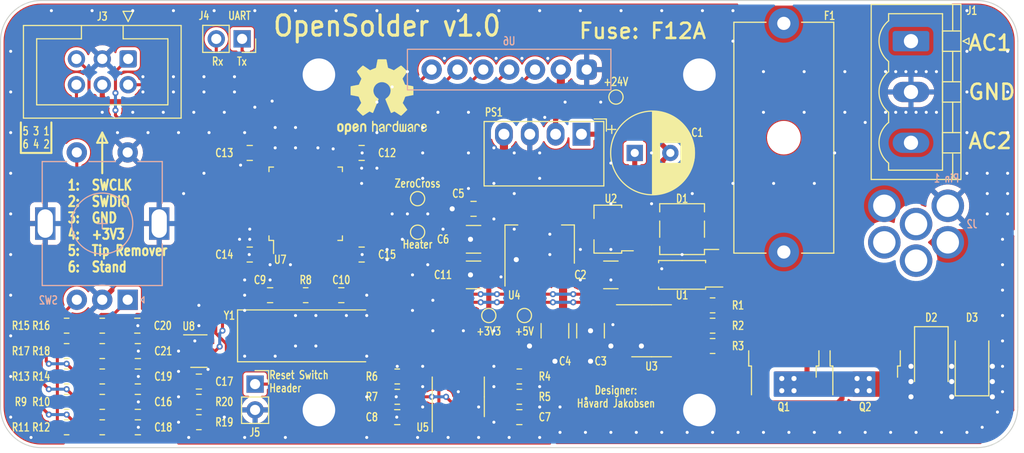
<source format=kicad_pcb>
(kicad_pcb (version 20211014) (generator pcbnew)
  (layers (0 "F.Cu" signal) (31 "B.Cu" signal) (34 "B.Paste" user) (35 "F.Paste" user) (36 "B.SilkS" user "B.Silkscreen") (37 "F.SilkS" user "F.Silkscreen") (38 "B.Mask" user) (39 "F.Mask" user) (44 "Edge.Cuts" user))
  (net 0 "")
  (net 1 "Net-(C1-Pad1)")
  (net 2 "+3V3")
  (net 3 "GND")
  (net 4 "+5V")
  (net 5 "/MCU/HSE_IN")
  (net 6 "/MCU/ENC_SW")
  (net 7 "/MCU/ENC_A")
  (net 8 "/MCU/ENC_B")
  (net 9 "ZERO_CROSS")
  (net 10 "Net-(C1-Pad2)")
  (net 11 "Net-(C10-Pad1)")
  (net 12 "/MCU/SWCLK")
  (net 13 "/MCU/SWDIO")
  (net 14 "/MCU/SCL")
  (net 15 "/MCU/SDA")
  (net 16 "/MCU/TIP_REMOVER")
  (net 17 "/MCU/STAND")
  (net 18 "TIP_CLAMP")
  (net 19 "/AC/AC2")
  (net 20 "TIP_THERMOCOUPLE")
  (net 21 "/AC/AC1")
  (net 23 "/MCU/HSE_OUT")
  (net 24 "THERMOCOUPLE_ADC")
  (net 25 "HEATER")
  (net 26 "/MCU/SCK")
  (net 27 "/MCU/MOSI")
  (net 28 "/MCU/RES")
  (net 29 "/MCU/DC")
  (net 30 "/MCU/CS")
  (net 33 "/MCU/OS")
  (net 34 "/AC/MOS_Gate")
  (net 35 "/AC/MOS_Source")
  (net 36 "Net-(C2-Pad1)")
  (net 37 "/MCU/TIP_REMOVER_CONN")
  (net 38 "/MCU/STAND_CONN")
  (net 39 "/MCU/UART_TX")
  (net 40 "Net-(D1-Pad1)")
  (net 41 "/MCU/UART_RX")
  (net 42 "Net-(R1-Pad2)")
  (net 43 "Net-(R6-Pad2)")
  (net 44 "Net-(R13-Pad2)")
  (net 45 "TIP_CHECK")
  (net 46 "Net-(R15-Pad2)")
  (net 49 "Net-(R17-Pad2)")
  (net 50 "/MCU/NRST")
  (footprint "Resistor_SMD:R_0805_2012Metric" (layer "F.Cu") (at 130 107 180)
    (fp_text reference "R8")
    (fp_text value "390")
  )
  (footprint "Capacitor_SMD:C_0805_2012Metric" (layer "F.Cu") (at 139 119 180)
    (fp_text reference "C8")
    (fp_text value "100n")
  )
  (footprint "Capacitor_SMD:C_0805_2012Metric" (layer "F.Cu") (at 113.5 112.5)
    (fp_text reference "C21")
    (fp_text value "10n")
  )
  (footprint "Package_SO:SOP-4_4.4x2.6mm_P1.27mm" (layer "F.Cu") (at 167 105 180)
    (fp_text reference "U1")
    (fp_text value "VOS628A")
  )
  (footprint "Diode_SMD:D_SMA" (layer "F.Cu") (at 195.5 113.5 90)
    (fp_text reference "D3")
    (fp_text value "S1M")
  )
  (footprint "TestPoint:TestPoint_Pad_D1.0mm" (layer "F.Cu") (at 160.5 87.5)
    (fp_text reference "TP2" hide)
    (fp_text value "+24V")
  )
  (footprint "Package_SO:SOIC-8_3.9x4.9mm_P1.27mm" (layer "F.Cu") (at 145 117 90)
    (fp_text reference "U5")
    (fp_text value "MAX4238ASA")
  )
  (footprint "Connector_IDC:IDC-Header_2x03_P2.54mm_Vertical" (layer "F.Cu") (at 112.545 83.7475 -90)
    (fp_text reference "J3")
    (fp_text value "SWD")
  )
  (footprint "Capacitor_SMD:C_0805_2012Metric" (layer "F.Cu") (at 113.45 110)
    (fp_text reference "C20")
    (fp_text value "10n")
  )
  (footprint "Capacitor_SMD:C_0805_2012Metric" (layer "F.Cu") (at 119.5 115.5)
    (fp_text reference "C17")
    (fp_text value "100n")
  )
  (footprint "Capacitor_SMD:C_0805_2012Metric" (layer "F.Cu") (at 135.5 93)
    (fp_text reference "C12")
    (fp_text value "100n")
  )
  (footprint "TestPoint:TestPoint_Pad_D1.0mm" (layer "F.Cu") (at 151.5 109)
    (fp_text reference "TP4" hide)
    (fp_text value "+5V")
  )
  (footprint "Resistor_SMD:R_0805_2012Metric" (layer "F.Cu") (at 119.5 117.5)
    (fp_text reference "R20")
    (fp_text value "3k3")
  )
  (footprint "Connector_PinSocket_2.54mm:PinSocket_1x02_P2.54mm_Vertical" (layer "F.Cu") (at 125.025 115.75)
    (fp_text reference "J5")
    (fp_text value "Reset_Switch")
  )
  (footprint "Capacitor_SMD:C_0805_2012Metric" (layer "F.Cu") (at 113.5 120)
    (fp_text reference "C18")
    (fp_text value "100n")
  )
  (footprint "Capacitor_THT:CP_Radial_D8.0mm_P3.50mm" (layer "F.Cu") (at 162.347349 93)
    (fp_text reference "C1")
    (fp_text value "47u")
  )
  (footprint "Capacitor_SMD:C_0805_2012Metric" (layer "F.Cu") (at 124.5 93 180)
    (fp_text reference "C13")
    (fp_text value "100n")
  )
  (footprint "Package_SO:TSOP-6_1.65x3.05mm_P0.95mm" (layer "F.Cu") (at 119.5 112.5)
    (fp_text reference "U8")
    (fp_text value "PCT2075GV")
  )
  (footprint "Connector_PinSocket_2.54mm:PinSocket_1x02_P2.54mm_Vertical" (layer "F.Cu") (at 123.75 81.775 -90)
    (fp_text reference "J4")
    (fp_text value "UART")
  )
  (footprint "Capacitor_SMD:C_0805_2012Metric" (layer "F.Cu") (at 146.5 98.5 180)
    (fp_text reference "C5")
    (fp_text value "100n")
  )
  (footprint "Resistor_SMD:R_0805_2012Metric" (layer "F.Cu") (at 170 108)
    (fp_text reference "R1")
    (fp_text value "10k")
  )
  (footprint "Resistor_SMD:R_0805_2012Metric" (layer "F.Cu") (at 110 115)
    (fp_text reference "R14")
    (fp_text value "100k")
  )
  (footprint "Resistor_SMD:R_0805_2012Metric" (layer "F.Cu") (at 151 115 180)
    (fp_text reference "R4")
    (fp_text value "10k")
  )
  (footprint "Capacitor_SMD:C_1210_3225Metric" (layer "F.Cu") (at 146.5 101.5 180)
    (fp_text reference "C6")
    (fp_text value "1u")
  )
  (footprint "Resistor_SMD:R_0805_2012Metric" (layer "F.Cu") (at 106.5 112.5)
    (fp_text reference "R17")
    (fp_text value "10k")
  )
  (footprint "0_Howie:PDSE1_DCDC" (layer "F.Cu") (at 157.1075 91.1575 -90)
    (fp_text reference "PS1")
    (fp_text value "PDSE1-S24-S5-S")
  )
  (footprint "Resistor_SMD:R_0805_2012Metric" (layer "F.Cu") (at 151 117)
    (fp_text reference "R5")
    (fp_text value "10k")
  )
  (footprint "Resistor_SMD:R_0805_2012Metric" (layer "F.Cu") (at 139 117 180)
    (fp_text reference "R7")
    (fp_text value "100")
  )
  (footprint "Capacitor_SMD:C_0805_2012Metric" (layer "F.Cu") (at 133.5 107)
    (fp_text reference "C10")
    (fp_text value "20p")
  )
  (footprint "Package_SO:SOIC-8_3.9x4.9mm_P1.27mm" (layer "F.Cu") (at 164 110.5)
    (fp_text reference "U3")
    (fp_text value "Si8751")
  )
  (footprint "TestPoint:TestPoint_Pad_D1.0mm" (layer "F.Cu") (at 148 109)
    (fp_text reference "TP5" hide)
    (fp_text value "+3V3")
  )
  (footprint "Symbol:OSHW-Logo2_9.8x8mm_SilkScreen" (layer "F.Cu") (at 137.5 87.5)
    (fp_text reference "REF**" hide)
    (fp_text value "OSHW-Logo2_9.8x8mm_SilkScreen" hide)
  )
  (footprint "Capacitor_SMD:C_1210_3225Metric" (layer "F.Cu") (at 158 110.5 -90)
    (fp_text reference "C3")
    (fp_text value "1u")
  )
  (footprint "Capacitor_SMD:C_1210_3225Metric" (layer "F.Cu") (at 160 105 180)
    (fp_text reference "C2")
    (fp_text value "1u")
  )
  (footprint "Connector_Phoenix_MSTB:PhoenixContact_MSTBVA_2,5_3-G_1x03_P5.00mm_Vertical" (layer "F.Cu") (at 189.5 82 -90)
    (fp_text reference "J1")
    (fp_text value "AC_Input")
  )
  (footprint "Fuse:Fuseholder_Cylinder-5x20mm_Schurter_0031_8201_Horizontal_Open" (layer "F.Cu") (at 177 80.25 -90)
    (fp_text reference "F1")
    (fp_text value "Fast 12A")
  )
  (footprint "Capacitor_SMD:C_0805_2012Metric" (layer "F.Cu") (at 126.5 107 180)
    (fp_text reference "C9")
    (fp_text value "20p")
  )
  (footprint "Resistor_SMD:R_0805_2012Metric" (layer "F.Cu") (at 106.5 110)
    (fp_text reference "R15")
    (fp_text value "10k")
  )
  (footprint "TestPoint:TestPoint_Pad_D1.0mm" (layer "F.Cu") (at 141 100.8)
    (fp_text reference "TP3" hide)
    (fp_text value "Heater")
  )
  (footprint "Resistor_SMD:R_0805_2012Metric" (layer "F.Cu") (at 110 110)
    (fp_text reference "R16")
    (fp_text value "100k")
  )
  (footprint "Resistor_SMD:R_0805_2012Metric" (layer "F.Cu") (at 110 112.5)
    (fp_text reference "R18")
    (fp_text value "100k")
  )
  (footprint "Capacitor_SMD:C_1210_3225Metric" (layer "F.Cu") (at 146.5 105 180)
    (fp_text reference "C11")
    (fp_text value "1u")
  )
  (footprint "Capacitor_SMD:C_0805_2012Metric" (layer "F.Cu") (at 151 119 180)
    (fp_text reference "C7")
    (fp_text value "10n")
  )
  (footprint "TestPoint:TestPoint_Pad_D1.0mm" (layer "F.Cu") (at 141 97.5)
    (fp_text reference "TP1" hide)
    (fp_text value "ZeroCross")
  )
  (footprint "Package_TO_SOT_SMD:SOT-89-3" (layer "F.Cu") (at 160 100.5 180)
    (fp_text reference "U2")
    (fp_text value "L78L24_SOT89")
  )
  (footprint "Capacitor_SMD:C_0805_2012Metric" (layer "F.Cu") (at 135.5 103)
    (fp_text reference "C15")
    (fp_text value "100n")
  )
  (footprint "Resistor_SMD:R_0805_2012Metric" (layer "F.Cu") (at 110 117.5)
    (fp_text reference "R10")
    (fp_text value "100k")
  )
  (footprint "Capacitor_SMD:C_0805_2012Metric" (layer "F.Cu") (at 124.5 103 180)
    (fp_text reference "C14")
    (fp_text value "100n")
  )
  (footprint "Resistor_SMD:R_0805_2012Metric" (layer "F.Cu") (at 170 112)
    (fp_text reference "R3")
    (fp_text value "10k")
  )
  (footprint "Package_TO_SOT_SMD:TO-269AA" (layer "F.Cu") (at 167 100.5 180)
    (fp_text reference "D1")
    (fp_text value "MB6S-TP")
  )
  (footprint "Package_QFP:LQFP-48_7x7mm_P0.5mm" (layer "F.Cu") (at 130 98 90)
    (fp_text reference "U7")
    (fp_text value "STM32F072CBTx")
  )
  (footprint "Package_TO_SOT_SMD:SOT-223" (layer "F.Cu") (at 153 102 90)
    (fp_text reference "U4")
    (fp_text value "AP2111H-3.3")
  )
  (footprint "Resistor_SMD:R_0805_2012Metric" (layer "F.Cu") (at 170 110)
    (fp_text reference "R2")
    (fp_text value "10k")
  )
  (footprint "Capacitor_SMD:C_0805_2012Metric" (layer "F.Cu") (at 113.5 115)
    (fp_text reference "C19")
    (fp_text value "100n")
  )
  (footprint "Resistor_SMD:R_0805_2012Metric" (layer "F.Cu") (at 139 115)
    (fp_text reference "R6")
    (fp_text value "22k")
  )
  (footprint "Resistor_SMD:R_0805_2012Metric" (layer "F.Cu") (at 119.5 119.5)
    (fp_text reference "R19")
    (fp_text value "3k3")
  )
  (footprint "Crystal:Crystal_SMD_HC49-SD" (layer "F.Cu") (at 130 111)
    (fp_text reference "Y1")
    (fp_text value "Crystal_8MHz")
  )
  (footprint "Resistor_SMD:R_0805_2012Metric" (layer "F.Cu") (at 106.5 115)
    (fp_text reference "R13")
    (fp_text value "10k")
  )
  (footprint "Capacitor_SMD:C_1210_3225Metric" (layer "F.Cu") (at 154.5 110.5 -90)
    (fp_text reference "C4")
    (fp_text value "1u")
  )
  (footprint "Package_TO_SOT_SMD:TO-252-2" (layer "F.Cu") (at 185 111.5 90)
    (fp_text reference "Q2")
    (fp_text value "KIA50N06BD")
  )
  (footprint "Capacitor_SMD:C_0805_2012Metric" (layer "F.Cu") (at 113.5 117.5)
    (fp_text reference "C16")
    (fp_text value "100n")
  )
  (footprint "Diode_SMD:D_SMA" (layer "F.Cu") (at 191.5 113.5 -90)
    (fp_text reference "D2")
    (fp_text value "S1M")
  )
  (footprint "Resistor_SMD:R_0805_2012Metric" (layer "F.Cu") (at 106.5 117.5)
    (fp_text reference "R9")
    (fp_text value "10k")
  )
  (footprint "Resistor_SMD:R_0805_2012Metric" (layer "F.Cu") (at 110 120)
    (fp_text reference "R12")
    (fp_text value "100k")
  )
  (footprint "Resistor_SMD:R_0805_2012Metric" (layer "F.Cu") (at 106.5 120)
    (fp_text reference "R11")
    (fp_text value "10k")
  )
  (footprint "Package_TO_SOT_SMD:TO-252-2" (layer "F.Cu") (at 177 111.5 90)
    (fp_text reference "Q1")
    (fp_text value "KIA50N06BD")
  )
  (footprint "0_Howie:OLED_SSD1306_SPI_1.54" (layer "B.Cu") (at 150 100 180)
    (fp_text reference "U6")
    (fp_text value "OLED")
  )
  (footprint "0_Howie:Hirose_RPC1" (layer "B.Cu") (at 190 100 180)
    (fp_text reference "J2")
    (fp_text value "Hirose RPC1-12RB-6P(71)")
  )
  (footprint "0_Howie:RotaryEncoder_PEC11R_PEC12R" (layer "B.Cu") (at 112.5 107.45 90)
    (fp_text reference "SW2")
    (fp_text value "PEC11R-RotEnc")
  )
  (gr_line (start 110 91) (end 109.5 92) (layer "F.SilkS") (width 0.2))
  (gr_line (start 110 91) (end 110 95) (layer "F.SilkS") (width 0.2))
  (gr_line (start 110.5 92) (end 110 91) (layer "F.SilkS") (width 0.2))
  (gr_line (start 102 90) (end 102 93) (layer "F.SilkS") (width 0.2))
  (gr_line (start 102 93) (end 105 93) (layer "F.SilkS") (width 0.2))
  (gr_line (start 109.5 92) (end 110.5 92) (layer "F.SilkS") (width 0.2))
  (gr_line (start 105 93) (end 105 90) (layer "F.SilkS") (width 0.2))
  (gr_arc locked (start 104 122) (mid 101.171573 120.828427) (end 100 118) (layer "Edge.Cuts") (width 0.1))
  (gr_line locked (start 100 118) (end 100 82) (layer "Edge.Cuts") (width 0.1))
  (gr_line locked (start 200 118) (end 200 82) (layer "Edge.Cuts") (width 0.1))
  (gr_arc locked (start 100 82) (mid 101.171573 79.171573) (end 104 78) (layer "Edge.Cuts") (width 0.1))
  (gr_arc locked (start 196 78) (mid 198.828427 79.171573) (end 200 82) (layer "Edge.Cuts") (width 0.1))
  (gr_arc locked (start 200 118) (mid 198.828427 120.828427) (end 196 122) (layer "Edge.Cuts") (width 0.1))
  (gr_line locked (start 196 122) (end 104 122) (layer "Edge.Cuts") (width 0.1))
  (gr_line locked (start 196 78) (end 104 78) (layer "Edge.Cuts") (width 0.1))
  (gr_text "Reset Switch\nHeader" (at 126.355 115.5) (layer "F.SilkS") (effects (font (size 0.8 0.6) (thickness 0.125)) (justify left)))
  (gr_text "AC1\n\nGND\n\nAC2" (at 195 87) (layer "F.SilkS") (effects (font (size 1.5 1.5) (thickness 0.25)) (justify left)))
  (gr_text "Designer:\nHåvard Jakobsen" (at 160.5 117) (layer "F.SilkS") (effects (font (size 0.8 0.6) (thickness 0.125))))
  (gr_text "1:  SWCLK\n2:  SWDIO\n3:  GND\n4:  +3V3\n5:  Tip Remover\n6:  Stand\n\n" (at 106.5 101) (layer "F.SilkS") (effects (font (size 1 0.8) (thickness 0.2)) (justify left)))
  (gr_text "OpenSolder v1.0" (at 138 80.5) (layer "F.SilkS") (effects (font (size 2 1.8) (thickness 0.3))))
  (gr_text "Fuse: F12A" (at 169.5 81) (layer "F.SilkS") (effects (font (size 1.5 1.5) (thickness 0.25)) (justify right)))
  (gr_text "UART" (at 123.5 79.5) (layer "F.SilkS") (effects (font (size 0.8 0.6) (thickness 0.125))))
  (gr_text "Rx   Tx" (at 122.5 84) (layer "F.SilkS") (effects (font (size 0.8 0.6) (thickness 0.125))))
  (gr_text "5 3 1\n6 4 2" (at 103.5 91.5) (layer "F.SilkS") (effects (font (size 0.8 0.6) (thickness 0.125))))
  (segment (start 162.347349 97.052651) (end 161.65 97.75) (width 0.5) (layer "F.Cu") (net 1))
  (segment (start 163.925 99.23) (end 162.93 99.23) (width 0.5) (layer "F.Cu") (net 1))
  (segment (start 162.93 99.23) (end 162.7 99) (width 0.5) (layer "F.Cu") (net 1))
  (segment (start 161.65 97.75) (end 161.65 99) (width 0.5) (layer "F.Cu") (net 1))
  (segment (start 162.7 99) (end 161.65 99) (width 0.5) (layer "F.Cu") (net 1))
  (segment (start 162.347349 93) (end 162.347349 97.052651) (width 0.5) (layer "F.Cu") (net 1))
  (segment (start 139.95 119) (end 141.5 119) (width 0.3) (layer "F.Cu") (net 2))
  (segment (start 118.5875 119.5) (end 118.5875 119.7875) (width 0.3) (layer "F.Cu") (net 2))
  (segment (start 148 105.025) (end 147.975 105) (width 0.5) (layer "F.Cu") (net 2))
  (segment (start 134.7 101.6) (end 133.6 101.6) (width 0.5) (layer "F.Cu") (net 2))
  (segment (start 118.55 115.5) (end 118.55 117.4625) (width 0.3) (layer "F.Cu") (net 2))
  (segment (start 127.25 101.45) (end 126.9 101.1) (width 0.3) (layer "F.Cu") (net 2))
  (segment (start 147.45 90.05) (end 147.45 98.5) (width 0.8) (layer "F.Cu") (net 2))
  (segment (start 139.95 119) (end 139.95 119.85) (width 0.3) (layer "F.Cu") (net 2))
  (segment (start 127.25 93.8375) (end 127.25 94.45) (width 0.3) (layer "F.Cu") (net 2))
  (segment (start 127.25 94.45) (end 126.9 94.8) (width 0.3) (layer "F.Cu") (net 2))
  (segment (start 152 101.5) (end 149.8 101.5) (width 0.8) (layer "F.Cu") (net 2))
  (segment (start 160.105 108.595) (end 161.525 108.595) (width 0.5) (layer "F.Cu") (net 2))
  (segment (start 137.1 119.8) (end 137.1 106.9) (width 0.3) (layer "F.Cu") (net 2))
  (segment (start 149.4 109) (end 150.9 110.5) (width 0.5) (layer "F.Cu") (net 2))
  (segment (start 141.975 119.475) (end 143.095 119.475) (width 0.3) (layer "F.Cu") (net 2))
  (segment (start 134.55 93) (end 134.55 93.55) (width 0.5) (layer "F.Cu") (net 2))
  (segment (start 148 109) (end 142.7 109) (width 0.5) (layer "F.Cu") (net 2))
  (segment (start 127.25 93.8375) (end 127.25 95.15) (width 0.3) (layer "F.Cu") (net 2))
  (segment (start 153 105.15) (end 153 102.5) (width 0.8) (layer "F.Cu") (net 2))
  (segment (start 144.365 115.135) (end 144.365 114.525) (width 0.3) (layer "F.Cu") (net 2))
  (segment (start 134.7 101.6) (end 134.55 101.75) (width 0.5) (layer "F.Cu") (net 2))
  (segment (start 118.5875 119.5) (end 118.5875 117.5) (width 0.3) (layer "F.Cu") (net 2))
  (segment (start 155.08 86.32) (end 152.4 89) (width 0.8) (layer "F.Cu") (net 2))
  (segment (start 134.55 93.55) (end 133.2 94.9) (width 0.5) (layer "F.Cu") (net 2))
  (segment (start 142.7 109) (end 141.5 107.8) (width 0.5) (layer "F.Cu") (net 2))
  (segment (start 152.4 89) (end 148.5 89) (width 0.8) (layer "F.Cu") (net 2))
  (segment (start 105.5875 112.5) (end 105.5875 115) (width 0.3) (layer "F.Cu") (net 2))
  (segment (start 157.375 109.025) (end 158 109.025) (width 0.5) (layer "F.Cu") (net 2))
  (segment (start 127.25 102.1625) (end 127.25 101.45) (width 0.3) (layer "F.Cu") (net 2))
  (segment (start 150.9 110.5) (end 155.9 110.5) (width 0.5) (layer "F.Cu") (net 2))
  (segment (start 127.25 102.1625) (end 127.25 100.75) (width 0.3) (layer "F.Cu") (net 2))
  (segment (start 135.9 105.7) (end 131.8 105.7) (width 0.3) (layer "F.Cu") (net 2))
  (segment (start 110.005 86.2875) (end 110.005 87.505) (width 0.5) (layer "F.Cu") (net 2))
  (segment (start 138.4 101.6) (end 134.7 101.6) (width 0.5) (layer "F.Cu") (net 2))
  (segment (start 119.8 121) (end 121.7 121) (width 0.3) (layer "F.Cu") (net 2))
  (segment (start 122.8 119.9) (end 122.8 105.3) (width 0.3) (layer "F.Cu") (net 2))
  (segment (start 118.34 113.45) (end 118.34 114.14) (width 0.3) (layer "F.Cu") (net 2))
  (segment (start 147.975 101.5) (end 147.975 100.475) (width 0.8) (layer "F.Cu") (net 2))
  (segment (start 125.45 90.35) (end 125.45 93) (width 0.5) (layer "F.Cu") (net 2))
  (segment (start 126.55 100.75) (end 126.9 101.1) (width 0.3) (layer "F.Cu") (net 2))
  (segment (start 148 109) (end 149.4 109) (width 0.5) (layer "F.Cu") (net 2))
  (segment (start 148 109) (end 148 105.025) (width 0.5) (layer "F.Cu") (net 2))
  (segment (start 118.55 114.35) (end 118.55 115.5) (width 0.3) (layer "F.Cu") (net 2))
  (segment (start 155.9 110.5) (end 157.375 109.025) (width 0.5) (layer "F.Cu") (net 2))
  (segment (start 147.975 101.5) (end 147.975 105) (width 0.8) (layer "F.Cu") (net 2))
  (segment (start 139.6 120.2) (end 137.5 120.2) (width 0.3) (layer "F.Cu") (net 2))
  (segment (start 143.095 119.475) (end 143.095 116.405) (width 0.3) (layer "F.Cu") (net 2))
  (segment (start 131.8 105.7) (end 131.25 105.15) (width 0.3) (layer "F.Cu") (net 2))
  (segment (start 134.55 101.75) (end 134.55 103) (width 0.5) (layer "F.Cu") (net 2))
  (segment (start 125.45 93.35) (end 126.9 94.8) (width 0.5) (layer "F.Cu") (net 2))
  (segment (start 137.1 106.9) (end 135.9 105.7) (width 0.3) (layer "F.Cu") (net 2))
  (segment (start 133.55 95.25) (end 133.2 94.9) (width 0.3) (layer "F.Cu") (net 2))
  (segment (start 133.2 94.9) (end 132.7 95.4) (width 0.5) (layer "F.Cu") (net 2))
  (segment (start 118.5875 119.7875) (end 119.8 121) (width 0.3) (layer "F.Cu") (net 2))
  (segment (start 118.55 117.4625) (end 118.5875 117.5) (width 0.3) (layer "F.Cu") (net 2))
  (segment (start 122.8 105.3) (end 123.6 104.5) (width 0.3) (layer "F.Cu") (net 2))
  (segment (start 118.34 114.14) (end 118.55 114.35) (width 0.3) (layer "F.Cu") (net 2))
  (segment (start 141.5 107.8) (end 141.5 104.7) (width 0.5) (layer "F.Cu") (net 2))
  (segment (start 110.450489 87.950489) (end 123.050489 87.950489) (width 0.5) (layer "F.Cu") (net 2))
  (segment (start 143.095 116.405) (end 144.365 115.135) (width 0.3) (layer "F.Cu") (net 2))
  (segment (start 131.25 100.35) (end 131.7 99.9) (width 0.3) (layer "F.Cu") (net 2))
  (segment (start 105.5875 115) (end 105.5875 117.5) (width 0.3) (layer "F.Cu") (net 2))
  (segment (start 125.45 102.55) (end 126.9 101.1) (width 0.5) (layer "F.Cu") (net 2))
  (segment (start 125.45 103) (end 125.45 102.55) (width 0.5) (layer "F.Cu") (net 2))
  (segment (start 125.45 93) (end 125.45 93.35) (width 0.5) (layer "F.Cu") (net 2))
  (segment (start 105.5875 120) (end 105.5875 120.19375) (width 0.3) (layer "F.Cu") (net 2))
  (segment (start 105.5875 120) (end 105.5875 117.5) (width 0.3) (layer "F.Cu") (net 2))
  (segment (start 141.5 104.7) (end 138.4 101.6) (width 0.5) (layer "F.Cu") (net 2))
  (segment (start 147.45 99.95) (end 147.45 98.5) (width 0.8) (layer "F.Cu") (net 2))
  (segment (start 125.45 104.05) (end 125.45 103) (width 0.3) (layer "F.Cu") (net 2))
  (segment (start 139.95 119.85) (end 139.6 120.2) (width 0.3) (layer "F.Cu") (net 2))
  (segment (start 137.5 120.2) (end 137.1 119.8) (width 0.3) (layer "F.Cu") (net 2))
  (segment (start 134.1625 95.25) (end 133.55 95.25) (width 0.3) (layer "F.Cu") (net 2))
  (segment (start 117 121.3) (end 118.5875 119.7125) (width 0.3) (layer "F.Cu") (net 2))
  (segment (start 125.8375 100.75) (end 126.55 100.75) (width 0.3) (layer "F.Cu") (net 2))
  (segment (start 155.08 84.8) (end 155.08 86.32) (width 0.8) (layer "F.Cu") (net 2))
  (segment (start 153 102.5) (end 152 101.5) (width 0.8) (layer "F.Cu") (net 2))
  (segment (start 141.5 119) (end 141.975 119.475) (width 0.3) (layer "F.Cu") (net 2))
  (segment (start 131.9 99.9) (end 133.6 101.6) (width 0.3) (layer "F.Cu") (net 2))
  (segment (start 131.7 99.9) (end 131.9 99.9) (width 0.3) (layer "F.Cu") (net 2))
  (segment (start 121.7 121) (end 122.8 119.9) (width 0.3) (layer "F.Cu") (net 2))
  (segment (start 134.1625 95.25) (end 132.85 95.25) (width 0.3) (layer "F.Cu") (net 2))
  (segment (start 126.9 94.8) (end 127.4 95.3) (width 0.5) (layer "F.Cu") (net 2))
  (segment (start 105.5875 110) (end 105.5875 112.5) (width 0.3) (layer "F.Cu") (net 2))
  (segment (start 125.8375 100.75) (end 127.25 100.75) (width 0.3) (layer "F.Cu") (net 2))
  (segment (start 132.85 95.25) (end 132.7 95.4) (width 0.3) (layer "F.Cu") (net 2))
  (segment (start 148.5 89) (end 147.45 90.05) (width 0.8) (layer "F.Cu") (net 2))
  (segment (start 127.25 100.75) (end 127.4 100.6) (width 0.3) (layer "F.Cu") (net 2))
  (segment (start 131.25 102.1625) (end 131.25 100.35) (width 0.3) (layer "F.Cu") (net 2))
  (segment (start 147.975 100.475) (end 147.45 99.95) (width 0.8) (layer "F.Cu") (net 2))
  (segment (start 110.005 87.505) (end 110.450489 87.950489) (width 0.5) (layer "F.Cu") (net 2))
  (segment (start 126.9 101.1) (end 127.4 100.6) (width 0.5) (layer "F.Cu") (net 2))
  (segment (start 105.5875 120.19375) (end 106.69375 121.3) (width 0.3) (layer "F.Cu") (net 2))
  (segment (start 123.6 104.5) (end 125 104.5) (width 0.3) (layer "F.Cu") (net 2))
  (segment (start 106.69375 121.3) (end 117 121.3) (width 0.3) (layer "F.Cu") (net 2))
  (segment (start 123.050489 87.950489) (end 125.45 90.35) (width 0.5) (layer "F.Cu") (net 2))
  (segment (start 159.675 109.025) (end 160.105 108.595) (width 0.5) (layer "F.Cu") (net 2))
  (segment (start 149.8 101.5) (end 147.975 101.5) (width 0.8) (layer "F.Cu") (net 2))
  (segment (start 118.5875 119.7125) (end 118.5875 119.5) (width 0.3) (layer "F.Cu") (net 2))
  (segment (start 125 104.5) (end 125.45 104.05) (width 0.3) (layer "F.Cu") (net 2))
  (segment (start 127.25 95.15) (end 127.4 95.3) (width 0.3) (layer "F.Cu") (net 2))
  (segment (start 131.25 105.15) (end 131.25 102.1625) (width 0.3) (layer "F.Cu") (net 2))
  (segment (start 158 109.025) (end 159.675 109.025) (width 0.5) (layer "F.Cu") (net 2))
  (segment (start 135.25 95.75) (end 135.5 96) (width 0.3) (layer "F.Cu") (net 3))
  (segment (start 134.1625 95.75) (end 135.25 95.75) (width 0.3) (layer "F.Cu") (net 3))
  (segment (start 114.45 120) (end 113.5495 120) (width 0.3) (layer "F.Cu") (net 3))
  (segment (start 145.025 105) (end 146.2 105) (width 0.8) (layer "F.Cu") (net 3))
  (segment (start 118.34 111.55) (end 118.34 112.5) (width 0.3) (layer "F.Cu") (net 3))
  (segment (start 126.75 98.75) (end 126.92452 98.92452) (width 0.3) (layer "F.Cu") (net 3))
  (segment (start 132.75 92.65) (end 132.75 93.8375) (width 0.3) (layer "F.Cu") (net 3))
  (segment (start 127.75 102.1625) (end 128.25 102.1625) (width 0.3) (layer "F.Cu") (net 3))
  (segment (start 114.45 115) (end 113.5495 115) (width 0.3) (layer "F.Cu") (net 3))
  (segment (start 133.07548 99.000841) (end 133.324639 99.25) (width 0.3) (layer "F.Cu") (net 3))
  (segment (start 130.75 93.8375) (end 131.25 93.8375) (width 0.3) (layer "F.Cu") (net 3))
  (segment (start 128.75 93.8375) (end 129.25 93.8375) (width 0.3) (layer "F.Cu") (net 3))
  (segment (start 126.92452 98.92452) (end 126.92452 100.000841) (width 0.3) (layer "F.Cu") (net 3))
  (segment (start 134.1625 96.75) (end 134.1625 96.25) (width 0.3) (layer "F.Cu") (net 3))
  (segment (start 120.45 115.5) (end 120.45 114.35) (width 0.3) (layer "F.Cu") (net 3))
  (segment (start 145.55 98.5) (end 144.4 98.5) (width 0.8) (layer "F.Cu") (net 3))
  (segment (start 128.25 102.1625) (end 128.75 102.1625) (width 0.3) (layer "F.Cu") (net 3))
  (segment (start 130.52596 101.07548) (end 130.75 101.29952) (width 0.3) (layer "F.Cu") (net 3))
  (segment (start 127.4 92.5) (end 127.75 92.85) (width 0.3) (layer "F.Cu") (net 3))
  (segment (start 135.25 96.25) (end 134.1625 96.25) (width 0.3) (layer "F.Cu") (net 3))
  (segment (start 130.75 101.29952) (end 130.75 102.1625) (width 0.3) (layer "F.Cu") (net 3))
  (segment (start 128.999159 101.07548) (end 130.52596 101.07548) (width 0.3) (layer "F.Cu") (net 3))
  (segment (start 128.75 102.1625) (end 128.75 101.324639) (width 0.3) (layer "F.Cu") (net 3))
  (segment (start 134.1625 95.75) (end 134.1625 96.25) (width 0.3) (layer "F.Cu") (net 3))
  (segment (start 123.55 93) (end 123.55 94.15) (width 0.3) (layer "F.Cu") (net 3))
  (segment (start 128.75 92.75) (end 129 92.5) (width 0.3) (layer "F.Cu") (net 3))
  (segment (start 135.5 96.5) (end 135.5 96) (width 0.3) (layer "F.Cu") (net 3))
  (segment (start 127.75 92.85) (end 127.75 93.8375) (width 0.3) (layer "F.Cu") (net 3))
  (segment (start 119.1 111.5) (end 118.39 111.5) (width 0.3) (layer "F.Cu") (net 3))
  (segment (start 164.965 104.365) (end 163.8125 104.365) (width 0.3) (layer "F.Cu") (net 3))
  (segment (start 133.07548 96.999159) (end 133.07548 99.000841) (width 0.3) (layer "F.Cu") (net 3))
  (segment (start 114.4 110) (end 113.5 110) (width 0.3) (layer "F.Cu") (net 3))
  (segment (start 135.5495 93) (end 136.45 93) (width 0.3) (layer "F.Cu") (net 3))
  (segment (start 120.45 114.35) (end 120.4 114.3) (width 0.3) (layer "F.Cu") (net 3))
  (segment (start 123.55 103) (end 124.4505 103) (width 0.3) (layer "F.Cu") (net 3))
  (segment (start 129.25 93.8375) (end 129.25 92.75) (width 0.3) (layer "F.Cu") (net 3))
  (segment (start 131.25 92.55) (end 131.25 93.8375) (width 0.3) (layer "F.Cu") (net 3))
  (segment (start 150.7 105.15) (end 150.7 103.5) (width 0.8) (layer "F.Cu") (net 3))
  (segment (start 145.025 101.5) (end 146.2 101.5) (width 0.8) (layer "F.Cu") (net 3))
  (segment (start 128.75 93.8375) (end 128.75 92.75) (width 0.3) (layer "F.Cu") (net 3))
  (segment (start 135.5 96) (end 135.25 96.25) (width 0.3) (layer "F.Cu") (net 3))
  (segment (start 114.45 112.5) (end 113.5495 112.5) (width 0.3) (layer "F.Cu") (net 3))
  (segment (start 138.9505 119) (end 138.05 119) (width 0.3) (layer "F.Cu") (net 3))
  (segment (start 128.75 101.324639) (end 128.999159 101.07548) (width 0.3) (layer "F.Cu") (net 3))
  (segment (start 123.55 94.15) (end 123.6 94.2) (width 0.3) (layer "F.Cu") (net 3))
  (segment (start 126.675361 100.25) (end 125.8375 100.25) (width 0.3) (layer "F.Cu") (net 3))
  (segment (start 134.1625 96.75) (end 135.25 96.75) (width 0.3) (layer "F.Cu") (net 3))
  (segment (start 124.75 100.25) (end 124.5 100.5) (width 0.3) (layer "F.Cu") (net 3))
  (segment (start 138.0875 117) (end 138.9005 117) (width 0.3) (layer "F.Cu") (net 3))
  (segment (start 126.92452 100.000841) (end 126.675361 100.25) (width 0.3) (layer "F.Cu") (net 3))
  (segment (start 118.34 112.5) (end 117.5 112.5) (width 0.3) (layer "F.Cu") (net 3))
  (segment (start 127 92.5) (end 127.4 92.5) (width 0.3) (layer "F.Cu") (net 3))
  (segment (start 132.25 93.8375) (end 131.75 93.8375) (width 0.3) (layer "F.Cu") (net 3))
  (segment (start 131.2 92.5) (end 131.25 92.55) (width 0.3) (layer "F.Cu") (net 3))
  (segment (start 165 104.4) (end 164.965 104.365) (width 0.3) (layer "F.Cu") (net 3))
  (segment (start 133.324639 96.75) (end 133.07548 96.999159) (width 0.3) (layer "F.Cu") (net 3))
  (segment (start 134.1625 96.75) (end 133.324639 96.75) (width 0.3) (layer "F.Cu") (net 3))
  (segment (start 135.25 96.75) (end 135.5 96.5) (width 0.3) (layer "F.Cu") (net 3))
  (segment (start 160.235 109.865) (end 161.525 109.865) (width 0.3) (layer "F.Cu") (net 3))
  (segment (start 132.7 92.6) (end 132.75 92.65) (width 0.3) (layer "F.Cu") (net 3))
  (segment (start 133.324639 99.25) (end 134.1625 99.25) (width 0.3) (layer "F.Cu") (net 3))
  (segment (start 118.39 111.5) (end 118.34 111.55) (width 0.3) (layer "F.Cu") (net 3))
  (segment (start 160.2 109.9) (end 160.235 109.865) (width 0.3) (layer "F.Cu") (net 3))
  (segment (start 136.45 103) (end 135.5495 103) (width 0.3) (layer "F.Cu") (net 3))
  (segment (start 114.45 117.5) (end 113.5495 117.5) (width 0.3) (layer "F.Cu") (net 3))
  (segment (start 131.25 93.8375) (end 131.75 93.8375) (width 0.3) (layer "F.Cu") (net 3))
  (segment (start 125.8375 100.25) (end 124.75 100.25) (width 0.3) (layer "F.Cu") (net 3))
  (segment (start 125.8375 98.75) (end 126.75 98.75) (width 0.3) (layer "F.Cu") (net 3))
  (segment (start 132.75 93.8375) (end 132.25 93.8375) (width 0.3) (layer "F.Cu") (net 3))
  (segment (start 129.25 92.75) (end 129 92.5) (width 0.3) (layer "F.Cu") (net 3))
  (via (at 145.5 110.5) (size 0.6) (drill 0.3) (layers "F.Cu" "B.Cu") (net 3))
  (via (at 145 79) (size 0.6) (drill 0.3) (layers "F.Cu" "B.Cu") (net 3))
  (via (at 124 121) (size 0.6) (drill 0.3) (layers "F.Cu" "B.Cu") (net 3))
  (via (at 117 85.5) (size 0.6) (drill 0.3) (layers "F.Cu" "B.Cu") (net 3))
  (via (at 117.5 114.5) (size 0.6) (drill 0.3) (layers "F.Cu" "B.Cu") (net 3))
  (via (at 150.7 103.5) (size 1) (drill 0.5) (layers "F.Cu" "B.Cu") (net 3))
  (via (at 138.5 86.5) (size 0.6) (drill 0.3) (layers "F.Cu" "B.Cu") (net 3))
  (via (at 138 103.5) (size 0.6) (drill 0.3) (layers "F.Cu" "B.Cu") (net 3))
  (via (at 146 93) (size 0.6) (drill 0.3) (layers "F.Cu" "B.Cu") (net 3))
  (via (at 137 91) (size 0.6) (drill 0.3) (layers "F.Cu" "B.Cu") (net 3))
  (via (at 148.5 96) (size 0.6) (drill 0.3) (layers "F.Cu" "B.Cu") (net 3))
  (via (at 114 85.5) (size 0.6) (drill 0.3) (layers "F.Cu" "B.Cu") (net 3))
  (via (at 123.6 94.2) (size 0.6) (drill 0.3) (layers "F.Cu" "B.Cu") (net 3))
  (via (at 135.5495 103) (size 0.6) (drill 0.3) (layers "F.Cu" "B.Cu") (net 3))
  (via (at 195 95) (size 0.6) (drill 0.3) (layers "F.Cu" "B.Cu") (net 3))
  (via (at 150.5 97) (size 0.6) (drill 0.3) (layers "F.Cu" "B.Cu") (net 3))
  (via (at 152 112) (size 1) (drill 0.5) (layers "F.Cu" "B.Cu") (net 3))
  (via (at 175 89) (size 0.6) (drill 0.3) (layers "F.Cu" "B.Cu") (net 3))
  (via (at 164 93) (size 0.6) (drill 0.3) (layers "F.Cu" "B.Cu") (net 3))
  (via (at 198.5 106.5) (size 0.6) (drill 0.3) (layers "F.Cu" "B.Cu") (net 3))
  (via (at 127 90.5) (size 0.6) (drill 0.3) (layers "F.Cu" "B.Cu") (net 3))
  (via (at 193.5 117) (size 1) (drill 0.5) (layers "F.Cu" "B.Cu") (net 3))
  (via (at 123.5 101.5) (size 0.6) (drill 0.3) (layers "F.Cu" "B.Cu") (net 3))
  (via (at 141.5 114) (size 0.6) (drill 0.3) (layers "F.Cu" "B.Cu") (net 3))
  (via (at 120 85.5) (size 0.6) (drill 0.3) (layers "F.Cu" "B.Cu") (net 3))
  (via (at 113.5495 120) (size 0.6) (drill 0.3) (layers "F.Cu" "B.Cu") (net 3))
  (via (at 140.5 105) (size 0.6) (drill 0.3) (layers "F.Cu" "B.Cu") (net 3))
  (via (at 142.5 107.5) (size 0.6) (drill 0.3) (layers "F.Cu" "B.Cu") (net 3))
  (via (at 113.5495 112.5) (size 0.6) (drill 0.3) (layers "F.Cu" "B.Cu") (net 3))
  (via (at 124 108.5) (size 0.6) (drill 0.3) (layers "F.Cu" "B.Cu") (net 3))
  (via (at 179 85) (size 0.6) (drill 0.3) (layers "F.Cu" "B.Cu") (net 3))
  (via (at 199 95) (size 0.6) (drill 0.3) (layers "F.Cu" "B.Cu") (net 3))
  (via (at 143 89) (size 0.6) (drill 0.3) (layers "F.Cu" "B.Cu") (net 3))
  (via (at 163 112) (size 1) (drill 0.5) (layers "F.Cu" "B.Cu") (net 3))
  (via (at 119 89) (size 0.6) (drill 0.3) (layers "F.Cu" "B.Cu") (net 3))
  (via (at 135.5 96) (size 0.6) (drill 0.3) (layers "F.Cu" "B.Cu") (net 3))
  (via (at 137 79) (size 0.6) (drill 0.3) (layers "F.Cu" "B.Cu") (net 3))
  (via (at 155.5 88) (size 0.6) (drill 0.3) (layers "F.Cu" "B.Cu") (net 3))
  (via (at 141.5 90.5) (size 0.6) (drill 0.3) (layers "F.Cu" "B.Cu") (net 3))
  (via (at 113 89) (size 0.6) (drill 0.3) (layers "F.Cu" "B.Cu") (net 3))
  (via (at 141.5 118) (size 0.6) (drill 0.3) (layers "F.Cu" "B.Cu") (net 3))
  (via (at 109 79) (size 0.6) (drill 0.3) (layers "F.Cu" "B.Cu") (net 3))
  (via (at 141.5 93) (size 0.6) (drill 0.3) (layers "F.Cu" "B.Cu") (net 3))
  (via (at 189 89) (size 0.6) (drill 0.3) (layers "F.Cu" "B.Cu") (net 3))
  (via (at 168 97) (size 0.6) (drill 0.3) (layers "F.Cu" "B.Cu") (net 3))
  (via (at 105 79) (size 0.6) (drill 0.3) (layers "F.Cu" "B.Cu") (net 3))
  (via (at 142.5 110.5) (size 0.6) (drill 0.3) (layers "F.Cu" "B.Cu") (net 3))
  (via (at 198 118.5) (size 0.6) (drill 0.3) (layers "F.Cu" "B.Cu") (net 3))
  (via (at 135.5 94.5) (size 0.6) (drill 0.3) (layers "F.Cu" "B.Cu") (net 3))
  (via (at 191 85) (size 0.6) (drill 0.3) (layers "F.Cu" "B.Cu") (net 3))
  (via (at 124 105.5) (size 0.6) (drill 0.3) (layers "F.Cu" "B.Cu") (net 3))
  (via (at 123 87) (size 0.6) (drill 0.3) (layers "F.Cu" "B.Cu") (net 3))
  (via (at 197.5 117) (size 1) (drill 0.5) (layers "F.Cu" "B.Cu") (net 3))
  (via (at 155 118) (size 0.6) (drill 0.3) (layers "F.Cu" "B.Cu") (net 3))
  (via (at 114.5 91) (size 0.6) (drill 0.3) (layers "F.Cu" "B.Cu") (net 3))
  (via (at 195 87) (size 0.6) (drill 0.3) (layers "F.Cu" "B.Cu") (net 3))
  (via (at 198.5 116.5) (size 0.6) (drill 0.3) (layers "F.Cu" "B.Cu") (net 3))
  (via (at 101 87) (size 0.6) (drill 0.3) (layers "F.Cu" "B.Cu") (net 3))
  (via (at 148.5 110.5) (size 0.6) (drill 0.3) (layers "F.Cu" "B.Cu") (net 3))
  (via (at 119.1 111.5) (size 0.6) (drill 0.3) (layers "F.Cu" "B.Cu") (net 3))
  (via (at 134 109) (size 0.6) (drill 0.3) (layers "F.Cu" "B.Cu") (net 3))
  (via (at 148.5 114) (size 0.6) (drill 0.3) (layers "F.Cu" "B.Cu") (net 3))
  (via (at 118.5 121) (size 0.6) (drill 0.3) (layers "F.Cu" "B.Cu") (net 3))
  (via (at 192 89) (size 0.6) (drill 0.3) (layers "F.Cu" "B.Cu") (net 3))
  (via (at 101 99) (size 0.6) (drill 0.3) (layers "F.Cu" "B.Cu") (net 3))
  (via (at 148.5 92.5) (size 0.6) (drill 0.3) (layers "F.Cu" "B.Cu") (net 3))
  (via (at 175 85) (size 0.6) (drill 0.3) (layers "F.Cu" "B.Cu") (net 3))
  (via (at 195 91) (size 0.6) (drill 0.3) (layers "F.Cu" "B.Cu") (net 3))
  (via (at 147 118) (size 0.6) (drill 0.3) (layers "F.Cu" "B.Cu") (net 3))
  (via (at 129 109) (size 0.6) (drill 0.3) (layers "F.Cu" "B.Cu") (net 3))
  (via (at 136 107) (size 0.6) (drill 0.3) (layers "F.Cu" "B.Cu") (net 3))
  (via (at 111.5 91) (size 0.6) (drill 0.3) (layers "F.Cu" "B.Cu") (net 3))
  (via (at 198.5 101.5) (size 0.6) (drill 0.3) (layers "F.Cu" "B.Cu") (net 3))
  (via (at 153.797 83.693) (size 0.6) (drill 0.3) (layers "F.Cu" "B.Cu") (net 3))
  (via (at 185 120.5) (size 0.6) (drill 0.3) (layers "F.Cu" "B.Cu") (net 3))
  (via (at 141 121) (size 0.6) (drill 0.3) (layers "F.Cu" "B.Cu") (net 3))
  (via (at 198.5 111.5) (size 0.6) (drill 0.3) (layers "F.Cu" "B.Cu") (net 3))
  (via (at 101 107) (size 0.6) (drill 0.3) (layers "F.Cu" "B.Cu") (net 3))
  (via (at 146.177 83.693) (size 0.6) (drill 0.3) (layers "F.Cu" "B.Cu") (net 3))
  (via (at 148.717 83.693) (size 0.6) (drill 0.3) (layers "F.Cu" "B.Cu") (net 3))
  (via (at 101 111) (size 0.6) (drill 0.3) (layers "F.Cu" "B.Cu") (net 3))
  (via (at 192 85) (size 0.6) (drill 0.3) (layers "F.Cu" "B.Cu") (net 3))
  (via (at 132.7 92.6) (size 0.6) (drill 0.3) (layers "F.Cu" "B.Cu") (net 3))
  (via (at 199 91) (size 0.6) (drill 0.3) (layers "F.Cu" "B.Cu") (net 3))
  (via (at 183 85) (size 0.6) (drill 0.3) (layers "F.Cu" "B.Cu") (net 3))
  (via (at 199 99) (size 0.6) (drill 0.3) (layers "F.Cu" "B.Cu") (net 3))
  (via (at 159 88) (size 0.6) (drill 0.3) (layers "F.Cu" "B.Cu") (net 3))
  (via (at 113.5495 117.5) (size 0.6) (drill 0.3) (layers "F.Cu" "B.Cu") (net 3))
  (via (at 129 90.5) (size 0.6) (drill 0.3) (layers "F.Cu" "B.Cu") (net 3))
  (via (at 190 89) (size 0.6) (drill 0.3) (layers "F.Cu" "B.Cu") (net 3))
  (via (at 150.5 93) (size 0.6) (drill 0.3) (layers "F.Cu" "B.Cu") (net 3))
  (via (at 197 99) (size 0.6) (drill 0.3) (layers "F.Cu" "B.Cu") (net 3))
  (via (at 160 94) (size 0.6) (drill 0.3) (layers "F.Cu" "B.Cu") (net 3))
  (via (at 125 88.5) (size 0.6) (drill 0.3) (layers "F.Cu" "B.Cu") (net 3))
  (via (at 197 97) (size 0.6) (drill 0.3) (layers "F.Cu" "B.Cu") (net 3))
  (via (at 190 85) (size 0.6) (drill 0.3) (layers "F.Cu" "B.Cu") (net 3))
  (via (at 189 85) (size 0.6) (drill 0.3) (layers "F.Cu" "B.Cu") (net 3))
  (via (at 160.2 109.9) (size 0.6) (drill 0.3) (layers "F.Cu" "B.Cu") (net 3))
  (via (at 122 119) (size 0.6) (drill 0.3) (layers "F.Cu" "B.Cu") (net 3))
  (via (at 164 98) (size 0.6) (drill 0.3) (layers "F.Cu" "B.Cu") (net 3))
  (via (at 120 95) (size 0.6) (drill 0.3) (layers "F.Cu" "B.Cu") (net 3))
  (via (at 154.5 113.5) (size 1) (drill 0.5) (layers "F.Cu" "B.Cu") (net 3))
  (via (at 180 96) (size 0.6) (drill 0.3) (layers "F.Cu" "B.Cu") (net 3))
  (via (at 117.5 117) (size 0.6) (drill 0.3) (layers "F.Cu" "B.Cu") (net 3))
  (via (at 120 87) (size 0.6) (drill 0.3) (layers "F.Cu" "B.Cu") (net 3))
  (via (at 129 92.5) (size 0.6) (drill 0.3) (layers "F.Cu" "B.Cu") (net 3))
  (via (at 172 82) (size 0.6) (drill 0.3) (layers "F.Cu" "B.Cu") (net 3))
  (via (at 153 95.5) (size 0.6) (drill 0.3) (layers "F.Cu" "B.Cu") (net 3))
  (via (at 158 113.5) (size 1) (drill 0.5) (layers "F.Cu" "B.Cu") (net 3))
  (via (at 196.5 120) (size 0.6) (drill 0.3) (layers "F.Cu" "B.Cu") (net 3))
  (via (at 189.5 117) (size 1) (drill 0.5) (layers "F.Cu" "B.Cu") (net 3))
  (via (at 110 89) (size 0.6) (drill 0.3) (layers "F.Cu" "B.Cu") (net 3))
  (via (at 138.5 99) (size 0.6) (drill 0.3) (layers "F.Cu" "B.Cu") (net 3))
  (via (at 153 79) (size 0.6) (drill 0.3) (layers "F.Cu" "B.Cu") (net 3))
  (via (at 149.2 105.2) (size 0.6) (drill 0.3) (layers "F.Cu" "B.Cu") (net 3))
  (via (at 119.5 110) (size 0.6) (drill 0.3) (layers "F.Cu" "B.Cu") (net 3))
  (via (at 138 102.5) (size 0.6) (drill 0.3) (layers "F.Cu" "B.Cu") (net 3))
  (via (at 133 79) (size 0.6) (drill 0.3) (layers "F.Cu" "B.Cu") (net 3))
  (via (at 157 79) (size 0.6) (drill 0.3) (layers "F.Cu" "B.Cu") (net 3))
  (via (at 140 99) (size 0.6) (drill 0.3) (layers "F.Cu" "B.Cu") (net 3))
  (via (at 131.2 92.5) (size 0.6) (drill 0.3) (layers "F.Cu" "B.Cu") (net 3))
  (via (at 117.5 112.5) (size 0.6) (drill 0.3) (layers "F.Cu" "B.Cu") (net 3))
  (via (at 142 104) (size 0.6) (drill 0.3) (layers "F.Cu" "B.Cu") (net 3))
  (via (at 113.5 110) (size 0.6) (drill 0.3) (layers "F.Cu" "B.Cu") (net 3))
  (via (at 145 116.5) (size 0.6) (drill 0.3) (layers "F.Cu" "B.Cu") (net 3))
  (via (at 150.5 100.5) (size 0.6) (drill 0.3) (layers "F.Cu" "B.Cu") (net 3))
  (via (at 131 112) (size 0.6) (drill 0.3) (layers "F.Cu" "B.Cu") (net 3))
  (via (at 160 112) (size 1) (drill 0.5) (layers "F.Cu" "B.Cu") (net 3))
  (via (at 147 121) (size 0.6) (drill 0.3) (layers "F.Cu" "B.Cu") (net 3))
  (via (at 146 96.5) (size 0.6) (drill 0.3) (layers "F.Cu" "B.Cu") (net 3))
  (via (at 148.5 116) (size 0.6) (drill 0.3) (layers "F.Cu" "B.Cu") (net 3))
  (via (at 101 103) (size 0.6) (drill 0.3) (layers "F.Cu" "B.Cu") (net 3))
  (via (at 118 97) (size 0.6) (drill 0.3) (layers "F.Cu" "B.Cu") (net 3))
  (via (at 161 79) (size 0.6) (drill 0.3) (layers "F.Cu" "B.Cu") (net 3))
  (via (at 124 113) (size 0.6) (drill 0.3) (layers "F.Cu" "B.Cu") (net 3))
  (via (at 191 89) (size 0.6) (drill 0.3) (layers "F.Cu" "B.Cu") (net 3))
  (via (at 101 95) (size 0.6) (drill 0.3) (layers "F.Cu" "B.Cu") (net 3))
  (via (at 165 120.5) (size 0.6) (drill 0.3) (layers "F.Cu" "B.Cu") (net 3))
  (via (at 146.2 101.5) (size 1) (drill 0.5) (layers "F.Cu" "B.Cu") (net 3))
  (via (at 124 107) (size 0.6) (drill 0.3) (layers "F.Cu" "B.Cu") (net 3))
  (via (at 172 79) (size 0.6) (drill 0.3) (layers "F.Cu" "B.Cu") (net 3))
  (via (at 199 97) (size 0.6) (drill 0.3) (layers "F.Cu" "B.Cu") (net 3))
  (via (at 128.5 104) (size 0.6) (drill 0.3) (layers "F.Cu" "B.Cu") (net 3))
  (via (at 199 87) (size 0.6) (drill 0.3) (layers "F.Cu" "B.Cu") (net 3))
  (via (at 198.5 114) (size 0.6) (drill 0.3) (layers "F.Cu" "B.Cu") (net 3))
  (via (at 187.5 120.5) (size 0.6) (drill 0.3) (layers "F.Cu" "B.Cu") (net 3))
  (via (at 131 109) (size 0.6) (drill 0.3) (layers "F.Cu" "B.Cu") (net 3))
  (via (at 169 79) (size 0.6) (drill 0.3) (layers "F.Cu" "B.Cu") (net 3))
  (via (at 158 110.5) (size 1) (drill 0.5) (layers "F.Cu" "B.Cu") (net 3))
  (via (at 198.5 104) (size 0.6) (drill 0.3) (layers "F.Cu" "B.Cu") (net 3))
  (via (at 170 120.5) (size 0.6) (drill 0.3) (layers "F.Cu" "B.Cu") (net 3))
  (via (at 187 89) (size 0.6) (drill 0.3) (layers "F.Cu" "B.Cu") (net 3))
  (via (at 101 91) (size 0.6) (drill 0.3) (layers "F.Cu" "B.Cu") (net 3))
  (via (at 183 89) (size 0.6) (drill 0.3) (layers "F.Cu" "B.Cu") (net 3))
  (via (at 165 104.4) (size 0.6) (drill 0.3) (layers "F.Cu" "B.Cu") (net 3))
  (via (at 146 89) (size 0.6) (drill 0.3) (layers "F.Cu" "B.Cu") (net 3))
  (via (at 128 121) (size 0.6) (drill 0.3) (layers "F.Cu" "B.Cu") (net 3))
  (via (at 116 89) (size 0.6) (drill 0.3) (layers "F.Cu" "B.Cu") (net 3))
  (via (at 160 105.5) (size 0.6) (drill 0.3) (layers "F.Cu" "B.Cu") (net 3))
  (via (at 127 92.5) (size 0.6) (drill 0.3) (layers "F.Cu" "B.Cu") (net 3))
  (via (at 144.4 98.5) (size 1) (drill 0.5) (layers "F.Cu" "B.Cu") (net 3))
  (via (at 142 99) (size 0.6) (drill 0.3) (layers "F.Cu" "B.Cu") (net 3))
  (via (at 172.5 120.5) (size 0.6) (drill 0.3) (layers "F.Cu" "B.Cu") (net 3))
  (via (at 101 115) (size 0.6) (drill 0.3) (layers "F.Cu" "B.Cu") (net 3))
  (via (at 122 89) (size 0.6) (drill 0.3) (layers "F.Cu" "B.Cu") (net 3))
  (via (at 199 83) (size 0.6) (drill 0.3) (layers "F.Cu" "B.Cu") (net 3))
  (via (at 189.5 115.5) (size 1) (drill 0.5) (layers "F.Cu" "B.Cu") (net 3))
  (via (at 154 103) (size 0.6) (drill 0.3) (layers "F.Cu" "B.Cu") (net 3))
  (via (at 197.5 115.5) (size 1) (drill 0.5) (layers "F.Cu" "B.Cu") (net 3))
  (via (at 144 121) (size 0.6) (drill 0.3) (layers "F.Cu" "B.Cu") (net 3))
  (via (at 120.5 91) (size 0.6) (drill 0.3) (layers "F.Cu" "B.Cu") (net 3))
  (via (at 136 109) (size 0.6) (drill 0.3) (layers "F.Cu" "B.Cu") (net 3))
  (via (at 157.5 120.5) (size 0.6) (drill 0.3) (layers "F.Cu" "B.Cu") (net 3))
  (via (at 126.5 104) (size 0.6) (drill 0.3) (layers "F.Cu" "B.Cu") (net 3))
  (via (at 137 88) (size 0.6) (drill 0.3) (layers "F.Cu" "B.Cu") (net 3))
  (via (at 113.5495 115) (size 0.6) (drill 0.3) (layers "F.Cu" "B.Cu") (net 3))
  (via (at 195 120.5) (size 0.6) (drill 0.3) (layers "F.Cu" "B.Cu") (net 3))
  (via (at 103 121) (size 0.6) (drill 0.3) (layers "F.Cu" "B.Cu") (net 3))
  (via (at 189.5 114) (size 1) (drill 0.5) (layers "F.Cu" "B.Cu") (net 3))
  (via (at 124 91) (size 0.6) (drill 0.3) (layers "F.Cu" "B.Cu") (net 3))
  (via (at 177.5 120.5) (size 0.6) (drill 0.3) (layers "F.Cu" "B.Cu") (net 3))
  (via (at 139.5 101.5) (size 0.6) (drill 0.3) (layers "F.Cu" "B.Cu") (net 3))
  (via (at 143.5 100.5) (size 0.6) (drill 0.3) (layers "F.Cu" "B.Cu") (net 3))
  (via (at 198.5 109) (size 0.6) (drill 0.3) (layers "F.Cu" "B.Cu") (net 3))
  (via (at 182 93) (size 0.6) (drill 0.3) (layers "F.Cu" "B.Cu") (net 3))
  (via (at 167 103) (size 0.6) (drill 0.3) (layers "F.Cu" "B.Cu") (net 3))
  (via (at 154 101) (size 0.6) (drill 0.3) (layers "F.Cu" "B.Cu") (net 3))
  (via (at 157 102.5) (size 0.6) (drill 0.3) (layers "F.Cu" "B.Cu") (net 3))
  (via (at 139 114) (size 0.6) (drill 0.3) (layers "F.Cu" "B.Cu") (net 3))
  (via (at 125 79) (size 0.6) (drill 0.3) (layers "F.Cu" "B.Cu") (net 3))
  (via (at 157 105.5) (size 0.6) (drill 0.3) (layers "F.Cu" "B.Cu") (net 3))
  (via (at 182.5 120.5) (size 0.6) (drill 0.3) (layers "F.Cu" "B.Cu") (net 3))
  (via (at 136 121) (size 0.6) (drill 0.3) (layers "F.Cu" "B.Cu") (net 3))
  (via (at 179 89) (size 0.6) (drill 0.3) (layers "F.Cu" "B.Cu") (net 3))
  (via (at 117.5 91) (size 0.6) (drill 0.3) (layers "F.Cu" "B.Cu") (net 3))
  (via (at 176 96) (size 0.6) (drill 0.3) (layers "F.Cu" "B.Cu") (net 3))
  (via (at 124.4505 103) (size 0.6) (drill 0.3) (layers "F.Cu" "B.Cu") (net 3))
  (via (at 151.257 83.693) (size 0.6) (drill 0.3) (layers "F.Cu" "B.Cu") (net 3))
  (via (at 193.5 114) (size 1) (drill 0.5) (layers "F.Cu" "B.Cu") (net 3))
  (via (at 162.5 120.5) (size 0.6) (drill 0.3) (layers "F.Cu" "B.Cu") (net 3))
  (via (at 140 85) (size 0.6) (drill 0.3) (layers "F.Cu" "B.Cu") (net 3))
  (via (at 195 83) (size 0.6) (drill 0.3) (layers "F.Cu" "B.Cu") (net 3))
  (via (at 126.5 105.5) (size 0.6) (drill 0.3) (layers "F.Cu" "B.Cu") (net 3))
  (via (at 113 79) (size 0.6) (drill 0.3) (layers "F.Cu" "B.Cu") (net 3))
  (via (at 175 120.5) (size 0.6) (drill 0.3) (layers "F.Cu" "B.Cu") (net 3))
  (via (at 149 79) (size 0.6) (drill 0.3) (layers "F.Cu" "B.Cu") (net 3))
  (via (at 101 83) (size 0.6) (drill 0.3) (layers "F.Cu" "B.Cu") (net 3))
  (via (at 188 85) (size 0.6) (drill 0.3) (layers "F.Cu" "B.Cu") (net 3))
  (via (at 153 121) (size 0.6) (drill 0.3) (layers "F.Cu" "B.Cu") (net 3))
  (via (at 153.5 89.5) (size 0.6) (drill 0.3) (layers "F.Cu" "B.Cu") (net 3))
  (via (at 190 120.5) (size 0.6) (drill 0.3) (layers "F.Cu" "B.Cu") (net 3))
  (via (at 140.5 108.5) (size 0.6) (drill 0.3) (layers "F.Cu" "B.Cu") (net 3))
  (via (at 148.5 119.5) (size 0.6) (drill 0.3) (layers "F.Cu" "B.Cu") (net 3))
  (via (at 187 85) (size 0.6) (drill 0.3) (layers "F.Cu" "B.Cu") (net 3))
  (via (at 165 79) (size 0.6) (drill 0.3) (layers "F.Cu" "B.Cu") (net 3))
  (via (at 138.9505 119) (size 0.6) (drill 0.3) (layers "F.Cu" "B.Cu") (net 3))
  (via (at 129 112) (size 0.6) (drill 0.3) (layers "F.Cu" "B.Cu") (net 3))
  (via (at 172 96) (size 0.6) (drill 0.3) (layers "F.Cu" "B.Cu") (net 3))
  (via (at 141.5 116) (size 0.6) (drill 0.3) (layers "F.Cu" "B.Cu") (net 3))
  (via (at 197 95) (size 0.6) (drill 0.3) (layers "F.Cu" "B.Cu") (net 3))
  (via (at 193.5 115.5) (size 1) (drill 0.5) (layers "F.Cu" "B.Cu") (net 3))
  (via (at 153 116) (size 0.6) (drill 0.3) (layers "F.Cu" "B.Cu") (net 3))
  (via (at 124.5 101.5) (size 0.6) (drill 0.3) (layers "F.Cu" "B.Cu") (net 3))
  (via (at 160 102.5) (size 0.6) (drill 0.3) (layers "F.Cu" "B.Cu") (net 3))
  (via (at 167.5 120.5) (size 0.6) (drill 0.3) (layers "F.Cu" "B.Cu") (net 3))
  (via (at 119.5 108) (size 0.6) (drill 0.3) (layers "F.Cu" "B.Cu") (net 3))
  (via (at 146.2 105) (size 1) (drill 0.5) (layers "F.Cu" "B.Cu") (net 3))
  (via (at 185 90) (size 0.6) (drill 0.3) (layers "F.Cu" "B.Cu") (net 3))
  (via (at 153 118) (size 0.6) (drill 0.3) (layers "F.Cu" "B.Cu") (net 3))
  (via (at 192.5 120.5) (size 0.6) (drill 0.3) (layers "F.Cu" "B.Cu") (net 3))
  (via (at 135.5495 93) (size 0.6) (drill 0.3) (layers "F.Cu" "B.Cu") (net 3))
  (via (at 148.5 99.5) (size 0.6) (drill 0.3) (layers "F.Cu" "B.Cu") (net 3))
  (via (at 117.5 119.5) (size 0.6) (drill 0.3) (layers "F.Cu" "B.Cu") (net 3))
  (via (at 141.5 95.5) (size 0.6) (drill 0.3) (layers "F.Cu" "B.Cu") (net 3))
  (via (at 114 87) (size 0.6) (drill 0.3) (layers "F.Cu" "B.Cu") (net 3))
  (via (at 141 79) (size 0.6) (drill 0.3) (layers "F.Cu" "B.Cu") (net 3))
  (via (at 188 89) (size 0.6) (drill 0.3) (layers "F.Cu" "B.Cu") (net 3))
  (via (at 124.5 100.5) (size 0.6) (drill 0.3) (layers "F.Cu" "B.Cu") (net 3))
  (via (at 127 113) (size 0.6) (drill 0.3) (layers "F.Cu" "B.Cu") (net 3))
  (via (at 101 119) (size 0.6) (drill 0.3) (layers "F.Cu" "B.Cu") (net 3))
  (via (at 117 87) (size 0.6) (drill 0.3) (layers "F.Cu" "B.Cu") (net 3))
  (via (at 117 79) (size 0.6) (drill 0.3) (layers "F.Cu" "B.Cu") (net 3))
  (via (at 197.5 114) (size 1) (drill 0.5) (layers "F.Cu" "B.Cu") (net 3))
  (via (at 138.9005 117) (size 0.6) (drill 0.3) (layers "F.Cu" "B.Cu") (net 3))
  (via (at 129 79) (size 0.6) (drill 0.3) (layers "F.Cu" "B.Cu") (net 3))
  (via (at 155 120.5) (size 0.6) (drill 0.3) (layers "F.Cu" "B.Cu") (net 3))
  (via (at 123 85.5) (size 0.6) (drill 0.3) (layers "F.Cu" "B.Cu") (net 3))
  (via (at 120.4 114.3) (size 0.6) (drill 0.3) (layers "F.Cu" "B.Cu") (net 3))
  (via (at 195 79) (size 0.6) (drill 0.3) (layers "F.Cu" "B.Cu") (net 3))
  (via (at 180 120.5) (size 0.6) (drill 0.3) (layers "F.Cu" "B.Cu") (net 3))
  (via (at 150 121) (size 0.6) (drill 0.3) (layers "F.Cu" "B.Cu") (net 3))
  (via (at 137 94.5) (size 0.6) (drill 0.3) (layers "F.Cu" "B.Cu") (net 3))
  (via (at 121 79) (size 0.6) (drill 0.3) (layers "F.Cu" "B.Cu") (net 3))
  (via (at 143.637 83.693) (size 0.6) (drill 0.3) (layers "F.Cu" "B.Cu") (net 3))
  (via (at 160 120.5) (size 0.6) (drill 0.3) (layers "F.Cu" "B.Cu") (net 3))
  (via (at 126.7 87.9) (size 0.6) (drill 0.3) (layers "F.Cu" "B.Cu") (net 3))
  (via (at 136 117) (size 0.6) (drill 0.3) (layers "F.Cu" "B.Cu") (net 3))
  (via (at 153 93) (size 0.6) (drill 0.3) (layers "F.Cu" "B.Cu") (net 3))
  (via (at 136 113) (size 0.6) (drill 0.3) (layers "F.Cu" "B.Cu") (net 3))
  (via (at 160 98) (size 0.6) (drill 0.3) (layers "F.Cu" "B.Cu") (net 3))
  (segment (start 154.5 109.025) (end 151.525 109.025) (width 0.8) (layer "F.Cu") (net 4))
  (segment (start 154.5 109.025) (end 154.975 109.025) (width 0.8) (layer "F.Cu") (net 4))
  (segment (start 155.3 101) (end 155.3 105.15) (width 0.8) (layer "F.Cu") (net 4))
  (segment (start 155.3 108.7) (end 155.3 105.15) (width 0.8) (layer "F.Cu") (net 4))
  (segment (start 156.2 100.1) (end 155.3 101) (width 0.8) (layer "F.Cu") (net 4))
  (segment (start 152.7 96.8) (end 155.3 96.8) (width 0.8) (layer "F.Cu") (net 4))
  (segment (start 156.2 97.7) (end 156.2 100.1) (width 0.8) (layer "F.Cu") (net 4))
  (segment (start 149.4875 93.5875) (end 152.7 96.8) (width 0.8) (layer "F.Cu") (net 4))
  (segment (start 155.3 96.8) (end 156.2 97.7) (width 0.8) (layer "F.Cu") (net 4))
  (segment (start 154.975 109.025) (end 155.3 108.7) (width 0.8) (layer "F.Cu") (net 4))
  (segment (start 151.525 109.025) (end 151.5 109) (width 0.8) (layer "F.Cu") (net 4))
  (segment (start 149.4875 91.1575) (end 149.4875 93.5875) (width 0.8) (layer "F.Cu") (net 4))
  (segment (start 125.75 111) (end 125.75 109.5) (width 0.3) (layer "F.Cu") (net 5))
  (segment (start 127 109) (end 127.45 108.55) (width 0.3) (layer "F.Cu") (net 5))
  (segment (start 127.45 105.35) (end 128 104.8) (width 0.3) (layer "F.Cu") (net 5))
  (segment (start 127.45 108.55) (end 127.45 107) (width 0.3) (layer "F.Cu") (net 5))
  (segment (start 128.9 104.8) (end 129.25 104.45) (width 0.3) (layer "F.Cu") (net 5))
  (segment (start 126.25 109) (end 127 109) (width 0.3) (layer "F.Cu") (net 5))
  (segment (start 128 104.8) (end 128.9 104.8) (width 0.3) (layer "F.Cu") (net 5))
  (segment (start 127.45 107) (end 127.45 105.35) (width 0.3) (layer "F.Cu") (net 5))
  (segment (start 129.25 104.45) (end 129.25 102.1625) (width 0.3) (layer "F.Cu") (net 5))
  (segment (start 125.75 109.5) (end 126.25 109) (width 0.3) (layer "F.Cu") (net 5))
  (segment (start 121.85 96.75) (end 118.9 99.7) (width 0.3) (layer "F.Cu") (net 6))
  (segment (start 115.4 113.5) (end 115.2 113.7) (width 0.3) (layer "F.Cu") (net 6))
  (segment (start 115.4 111.6) (end 115.4 113.5) (width 0.3) (layer "F.Cu") (net 6))
  (segment (start 125.8375 96.75) (end 121.85 96.75) (width 0.3) (layer "F.Cu") (net 6))
  (segment (start 118.9 105.4) (end 116.1 108.2) (width 0.3) (layer "F.Cu") (net 6))
  (segment (start 116.1 108.2) (end 116.1 110.9) (width 0.3) (layer "F.Cu") (net 6))
  (segment (start 118.9 99.7) (end 118.9 105.4) (width 0.3) (layer "F.Cu") (net 6))
  (segment (start 112.55 115) (end 110.9125 115) (width 0.3) (layer "F.Cu") (net 6))
  (segment (start 115.2 113.7) (end 113.625 113.7) (width 0.3) (layer "F.Cu") (net 6))
  (segment (start 113.625 113.7) (end 112.55 114.775) (width 0.3) (layer "F.Cu") (net 6))
  (segment (start 116.1 110.9) (end 115.4 111.6) (width 0.3) (layer "F.Cu") (net 6))
  (segment (start 112.55 114.775) (end 112.55 115) (width 0.3) (layer "F.Cu") (net 6))
  (segment (start 117.7 99.3) (end 121.25 95.75) (width 0.3) (layer "F.Cu") (net 7))
  (segment (start 114.7 108.9) (end 115 108.6) (width 0.3) (layer "F.Cu") (net 7))
  (segment (start 115 108.6) (end 115 107.7) (width 0.3) (layer "F.Cu") (net 7))
  (segment (start 121.25 95.75) (end 125.8375 95.75) (width 0.3) (layer "F.Cu") (net 7))
  (segment (start 112.5 109.8) (end 113.4 108.9) (width 0.3) (layer "F.Cu") (net 7))
  (segment (start 112.5 110) (end 110.9125 110) (width 0.3) (layer "F.Cu") (net 7))
  (segment (start 115 107.7) (end 117.7 105) (width 0.3) (layer "F.Cu") (net 7))
  (segment (start 113.4 108.9) (end 114.7 108.9) (width 0.3) (layer "F.Cu") (net 7))
  (segment (start 117.7 105) (end 117.7 99.3) (width 0.3) (layer "F.Cu") (net 7))
  (segment (start 112.5 110) (end 112.5 109.8) (width 0.3) (layer "F.Cu") (net 7))
  (segment (start 114.8 111.3) (end 115.5 110.6) (width 0.3) (layer "F.Cu") (net 8))
  (segment (start 118.3 99.5) (end 121.55 96.25) (width 0.3) (layer "F.Cu") (net 8))
  (segment (start 118.3 105.2) (end 118.3 99.5) (width 0.3) (layer "F.Cu") (net 8))
  (segment (start 121.55 96.25) (end 125.8375 96.25) (width 0.3) (layer "F.Cu") (net 8))
  (segment (start 112.55 112.5) (end 112.55 112.35) (width 0.3) (layer "F.Cu") (net 8))
  (segment (start 115.5 110.6) (end 115.5 108) (width 0.3) (layer "F.Cu") (net 8))
  (segment (start 115.5 108) (end 118.3 105.2) (width 0.3) (layer "F.Cu") (net 8))
  (segment (start 112.55 112.35) (end 113.6 111.3) (width 0.3) (layer "F.Cu") (net 8))
  (segment (start 110.9125 112.5) (end 112.55 112.5) (width 0.3) (layer "F.Cu") (net 8))
  (segment (start 113.6 111.3) (end 114.8 111.3) (width 0.3) (layer "F.Cu") (net 8))
  (segment (start 144.1 106.9) (end 143.6 106.4) (width 0.3) (layer "F.Cu") (net 9))
  (segment (start 154.3 106.9) (end 148.8 106.9) (width 0.3) (layer "F.Cu") (net 9))
  (segment (start 141.7 99.9) (end 141 99.9) (width 0.3) (layer "F.Cu") (net 9))
  (segment (start 141 99.9) (end 141 97.5) (width 0.3) (layer "F.Cu") (net 9))
  (segment (start 140.15 100.25) (end 134.1625 100.25) (width 0.3) (layer "F.Cu") (net 9))
  (segment (start 140.5 99.9) (end 140.15 100.25) (width 0.3) (layer "F.Cu") (net 9))
  (segment (start 143.6 101.8) (end 141.7 99.9) (width 0.3) (layer "F.Cu") (net 9))
  (segment (start 141 99.9) (end 140.5 99.9) (width 0.3) (layer "F.Cu") (net 9))
  (segment (start 147.2 106.9) (end 144.1 106.9) (width 0.3) (layer "F.Cu") (net 9))
  (segment (start 143.6 106.4) (end 143.6 101.8) (width 0.3) (layer "F.Cu") (net 9))
  (segment (start 163.3 106.9) (end 163.8125 106.3875) (width 0.3) (layer "F.Cu") (net 9))
  (segment (start 156.3 106.9) (end 163.3 106.9) (width 0.3) (layer "F.Cu") (net 9))
  (segment (start 163.8125 106.3875) (end 163.8125 105.635) (width 0.3) (layer "F.Cu") (net 9))
  (via (at 156.3 106.9) (size 0.6) (drill 0.3) (layers "F.Cu" "B.Cu") (net 9))
  (via (at 148.8 106.9) (size 0.6) (drill 0.3) (layers "F.Cu" "B.Cu") (net 9))
  (via (at 154.3 106.9) (size 0.6) (drill 0.3) (layers "F.Cu" "B.Cu") (net 9))
  (via (at 147.2 106.9) (size 0.6) (drill 0.3) (layers "F.Cu" "B.Cu") (net 9))
  (segment (start 147.2 106.9) (end 148.8 106.9) (width 0.3) (layer "B.Cu") (net 9))
  (segment (start 156.3 106.9) (end 154.3 106.9) (width 0.3) (layer "B.Cu") (net 9))
  (segment (start 165.1 93.747349) (end 165.1 99.85) (width 0.5) (layer "F.Cu") (net 10))
  (segment (start 161.5625 100.5) (end 163.4 100.5) (width 0.5) (layer "F.Cu") (net 10))
  (segment (start 164.004849 91.1575) (end 165.847349 93) (width 0.5) (layer "F.Cu") (net 10))
  (segment (start 163.925 101.025) (end 163.925 101.77) (width 0.5) (layer "F.Cu") (net 10))
  (segment (start 159 100.5) (end 158.525 100.975) (width 0.5) (layer "F.Cu") (net 10))
  (segment (start 157.1075 91.1575) (end 164.004849 91.1575) (width 0.5) (layer "F.Cu") (net 10))
  (segment (start 161.5625 100.5) (end 159 100.5) (width 0.5) (layer "F.Cu") (net 10))
  (segment (start 158.525 100.975) (end 158.525 105) (width 0.5) (layer "F.Cu") (net 10))
  (segment (start 163.4 100.5) (end 163.925 101.025) (width 0.5) (layer "F.Cu") (net 10))
  (segment (start 165.847349 93) (end 165.1 93.747349) (width 0.5) (layer "F.Cu") (net 10))
  (segment (start 165.1 99.85) (end 163.925 101.025) (width 0.5) (layer "F.Cu") (net 10))
  (segment (start 134.25 111) (end 133.4 111) (width 0.3) (layer "F.Cu") (net 11))
  (segment (start 132.55 110.15) (end 132.55 107) (width 0.3) (layer "F.Cu") (net 11))
  (segment (start 130.9125 107) (end 132.55 107) (width 0.3) (layer "F.Cu") (net 11))
  (segment (start 133.4 111) (end 132.55 110.15) (width 0.3) (layer "F.Cu") (net 11))
  (segment (start 111.3 89.3) (end 111.8 89.8) (width 0.3) (layer "F.Cu") (net 12))
  (segment (start 111.3 87.1) (end 111.3 84.9925) (width 0.3) (layer "F.Cu") (net 12))
  (segment (start 111.8 89.8) (end 121.1 89.8) (width 0.3) (layer "F.Cu") (net 12))
  (segment (start 121.6 90.3) (end 121.6 94.3) (width 0.3) (layer "F.Cu") (net 12))
  (segment (start 122.55 95.25) (end 125.8375 95.25) (width 0.3) (layer "F.Cu") (net 12))
  (segment (start 111.3 88.8) (end 111.3 89.3) (width 0.3) (layer "F.Cu") (net 12))
  (segment (start 121.6 94.3) (end 122.55 95.25) (width 0.3) (layer "F.Cu") (net 12))
  (segment (start 121.1 89.8) (end 121.6 90.3) (width 0.3) (layer "F.Cu") (net 12))
  (segment (start 111.3 84.9925) (end 112.545 83.7475) (width 0.3) (layer "F.Cu") (net 12))
  (via (at 111.3 87.1) (size 0.6) (drill 0.3) (layers "F.Cu" "B.Cu") (net 12))
  (via (at 111.3 88.8) (size 0.6) (drill 0.3) (layers "F.Cu" "B.Cu") (net 12))
  (segment (start 111.3 88.8) (end 111.3 87.1) (width 0.3) (layer "B.Cu") (net 12))
  (segment (start 128.25 93.8375) (end 128.25 90.55) (width 0.3) (layer "F.Cu") (net 13))
  (segment (start 123.9875 86.2875) (end 112.545 86.2875) (width 0.3) (layer "F.Cu") (net 13))
  (segment (start 128.25 90.55) (end 123.9875 86.2875) (width 0.3) (layer "F.Cu") (net 13))
  (segment (start 122.2 111.785978) (end 122.2 113.1) (width 0.3) (layer "F.Cu") (net 14))
  (segment (start 121.85 116.0625) (end 121.85 113.45) (width 0.3) (layer "F.Cu") (net 14))
  (segment (start 123.35 99.25) (end 121.59952 101.00048) (width 0.3) (layer "F.Cu") (net 14))
  (segment (start 120.4125 117.5) (end 121.85 116.0625) (width 0.3) (layer "F.Cu") (net 14))
  (segment (start 125.8375 99.25) (end 123.35 99.25) (width 0.3) (layer "F.Cu") (net 14))
  (segment (start 121.599519 107.206909) (end 121.15952 107.646908) (width 0.3) (layer "F.Cu") (net 14))
  (segment (start 121.15952 110.745498) (end 122.2 111.785978) (width 0.3) (layer "F.Cu") (net 14))
  (segment (start 121.85 113.45) (end 120.66 113.45) (width 0.3) (layer "F.Cu") (net 14))
  (segment (start 121.15952 107.646908) (end 121.15952 110.745498) (width 0.3) (layer "F.Cu") (net 14))
  (segment (start 121.59952 101.00048) (end 121.599519 107.206909) (width 0.3) (layer "F.Cu") (net 14))
  (segment (start 122.2 113.1) (end 121.85 113.45) (width 0.3) (layer "F.Cu") (net 14))
  (segment (start 125.8375 98.25) (end 123.45 98.25) (width 0.3) (layer "F.Cu") (net 15))
  (segment (start 119.55048 118.63798) (end 119.55048 112.04952) (width 0.3) (layer "F.Cu") (net 15))
  (segment (start 120.4125 119.5) (end 119.55048 118.63798) (width 0.3) (layer "F.Cu") (net 15))
  (segment (start 120.66 107.44) (end 120.66 111.55) (width 0.3) (layer "F.Cu") (net 15))
  (segment (start 119.55048 112.04952) (end 120.05 111.55) (width 0.3) (layer "F.Cu") (net 15))
  (segment (start 121.1 107) (end 120.66 107.44) (width 0.3) (layer "F.Cu") (net 15))
  (segment (start 120.05 111.55) (end 120.66 111.55) (width 0.3) (layer "F.Cu") (net 15))
  (segment (start 123.45 98.25) (end 121.1 100.6) (width 0.3) (layer "F.Cu") (net 15))
  (segment (start 121.1 100.6) (end 121.1 107) (width 0.3) (layer "F.Cu") (net 15))
  (segment (start 125.8375 97.25) (end 122.15 97.25) (width 0.3) (layer "F.Cu") (net 16))
  (segment (start 116.7 108.4) (end 116.7 111.1) (width 0.3) (layer "F.Cu") (net 16))
  (segment (start 116 113.9) (end 115.5 114.4) (width 0.3) (layer "F.Cu") (net 16))
  (segment (start 119.5 105.6) (end 116.7 108.4) (width 0.3) (layer "F.Cu") (net 16))
  (segment (start 122.15 97.25) (end 119.5 99.9) (width 0.3) (layer "F.Cu") (net 16))
  (segment (start 115.1 116.3) (end 113.5 116.3) (width 0.3) (layer "F.Cu") (net 16))
  (segment (start 113.5 116.3) (end 112.55 117.25) (width 0.3) (layer "F.Cu") (net 16))
  (segment (start 116.7 111.1) (end 116 111.8) (width 0.3) (layer "F.Cu") (net 16))
  (segment (start 116 111.8) (end 116 113.9) (width 0.3) (layer "F.Cu") (net 16))
  (segment (start 115.5 114.4) (end 115.5 115.9) (width 0.3) (layer "F.Cu") (net 16))
  (segment (start 110.9125 117.5) (end 112.55 117.5) (width 0.3) (layer "F.Cu") (net 16))
  (segment (start 112.55 117.25) (end 112.55 117.5) (width 0.3) (layer "F.Cu") (net 16))
  (segment (start 119.5 99.9) (end 119.5 105.6) (width 0.3) (layer "F.Cu") (net 16))
  (segment (start 115.5 115.9) (end 115.1 116.3) (width 0.3) (layer "F.Cu") (net 16))
  (segment (start 115.1 118.7) (end 113.7 118.7) (width 0.3) (layer "F.Cu") (net 17))
  (segment (start 116.6 112.1) (end 116.6 114.1) (width 0.3) (layer "F.Cu") (net 17))
  (segment (start 125.8375 97.75) (end 122.356428 97.75) (width 0.3) (layer "F.Cu") (net 17))
  (segment (start 116.6 114.1) (end 116.1 114.6) (width 0.3) (layer "F.Cu") (net 17))
  (segment (start 116.1 116.2) (end 115.5 116.8) (width 0.3) (layer "F.Cu") (net 17))
  (segment (start 110.9125 120) (end 112.55 120) (width 0.3) (layer "F.Cu") (net 17))
  (segment (start 120.1 105.8) (end 117.3 108.6) (width 0.3) (layer "F.Cu") (net 17))
  (segment (start 116.1 114.6) (end 116.1 116.2) (width 0.3) (layer "F.Cu") (net 17))
  (segment (start 115.5 118.3) (end 115.1 118.7) (width 0.3) (layer "F.Cu") (net 17))
  (segment (start 122.356428 97.75) (end 120.1 100.006428) (width 0.3) (layer "F.Cu") (net 17))
  (segment (start 113.7 118.7) (end 112.55 119.85) (width 0.3) (layer "F.Cu") (net 17))
  (segment (start 112.55 119.85) (end 112.55 120) (width 0.3) (layer "F.Cu") (net 17))
  (segment (start 117.3 111.4) (end 116.6 112.1) (width 0.3) (layer "F.Cu") (net 17))
  (segment (start 117.3 108.6) (end 117.3 111.4) (width 0.3) (layer "F.Cu") (net 17))
  (segment (start 115.5 116.8) (end 115.5 118.3) (width 0.3) (layer "F.Cu") (net 17))
  (segment (start 120.1 100.006428) (end 120.1 105.8) (width 0.3) (layer "F.Cu") (net 17))
  (segment (start 145.635 119.475) (end 145.635 118.065) (width 0.3) (layer "F.Cu") (net 18))
  (segment (start 139.7 105.35) (end 139.7 110.9) (width 0.3) (layer "F.Cu") (net 18))
  (segment (start 145.635 118.065) (end 146.7 117) (width 0.3) (layer "F.Cu") (net 18))
  (segment (start 151 113.55) (end 151 116.0875) (width 0.3) (layer "F.Cu") (net 18))
  (segment (start 151 116.0875) (end 150.0875 117) (width 0.3) (layer "F.Cu") (net 18))
  (segment (start 149.05 111.6) (end 151 113.55) (width 0.3) (layer "F.Cu") (net 18))
  (segment (start 132.75 103.9) (end 133.05 104.2) (width 0.3) (layer "F.Cu") (net 18))
  (segment (start 139.7 110.9) (end 140.4 111.6) (width 0.3) (layer "F.Cu") (net 18))
  (segment (start 150.0875 117) (end 150.0875 117.1375) (width 0.3) (layer "F.Cu") (net 18))
  (segment (start 150.0875 117.1375) (end 151.95 119) (width 0.3) (layer "F.Cu") (net 18))
  (segment (start 146.7 117) (end 150.0875 117) (width 0.3) (layer "F.Cu") (net 18))
  (segment (start 138.55 104.2) (end 139.7 105.35) (width 0.3) (layer "F.Cu") (net 18))
  (segment (start 140.4 111.6) (end 149.05 111.6) (width 0.3) (layer "F.Cu") (net 18))
  (segment (start 133.05 104.2) (end 138.55 104.2) (width 0.3) (layer "F.Cu") (net 18))
  (segment (start 132.75 102.1625) (end 132.75 103.9) (width 0.3) (layer "F.Cu") (net 18))
  (segment (start 182.7 98.2) (end 182.2 97.7) (width 0.5) (layer "F.Cu") (net 19))
  (segment (start 169.0875 110) (end 169.0875 108) (width 0.5) (layer "F.Cu") (net 19))
  (segment (start 169.0875 106.7) (end 168.7 106.3125) (width 0.5) (layer "F.Cu") (net 19))
  (segment (start 169.0875 112) (end 169.0875 110) (width 0.5) (layer "F.Cu") (net 19))
  (segment (start 186.88 98.2) (end 182.7 98.2) (width 0.5) (layer "F.Cu") (net 19))
  (segment (start 182.2 97.7) (end 171.605 97.7) (width 0.5) (layer "F.Cu") (net 19))
  (segment (start 168.7 100.605) (end 170.075 99.23) (width 0.5) (layer "F.Cu") (net 19))
  (segment (start 169.0875 108) (end 169.0875 106.7) (width 0.5) (layer "F.Cu") (net 19))
  (segment (start 168.7 106.3125) (end 168.7 100.605) (width 0.5) (layer "F.Cu") (net 19))
  (segment (start 171.605 97.7) (end 170.075 99.23) (width 0.5) (layer "F.Cu") (net 19))
  (segment (start 199 100.7) (end 199.5 101.2) (width 0.3) (layer "F.Cu") (net 20))
  (segment (start 196.3 121.5) (end 154.7 121.5) (width 0.3) (layer "F.Cu") (net 20))
  (segment (start 199.5 101.2) (end 199.5 118.3) (width 0.3) (layer "F.Cu") (net 20))
  (segment (start 153.7 117.7) (end 153 117) (width 0.3) (layer "F.Cu") (net 20))
  (segment (start 193.12 101.8) (end 196.2 101.8) (width 0.3) (layer "F.Cu") (net 20))
  (segment (start 153.7 120.5) (end 153.7 117.7) (width 0.3) (layer "F.Cu") (net 20))
  (segment (start 154.7 121.5) (end 153.7 120.5) (width 0.3) (layer "F.Cu") (net 20))
  (segment (start 196.2 101.8) (end 197.3 100.7) (width 0.3) (layer "F.Cu") (net 20))
  (segment (start 197.3 100.7) (end 199 100.7) (width 0.3) (layer "F.Cu") (net 20))
  (segment (start 199.5 118.3) (end 196.3 121.5) (width 0.3) (layer "F.Cu") (net 20))
  (segment (start 151.9125 115) (end 151.9125 117) (width 0.3) (layer "F.Cu") (net 20))
  (segment (start 153 117) (end 151.9125 117) (width 0.3) (layer "F.Cu") (net 20))
  (segment (start 129.0875 105.9125) (end 129.0875 107) (width 0.3) (layer "F.Cu") (net 23))
  (segment (start 129.75 102.1625) (end 129.75 105.25) (width 0.3) (layer "F.Cu") (net 23))
  (segment (start 129.75 105.25) (end 129.0875 105.9125) (width 0.3) (layer "F.Cu") (net 23))
  (segment (start 138.0875 113.0125) (end 138.0875 115) (width 0.3) (layer "F.Cu") (net 24))
  (segment (start 145.635 114.525) (end 145.635 113.235) (width 0.3) (layer "F.Cu") (net 24))
  (segment (start 131.75 102.1625) (end 131.75 104.65) (width 0.3) (layer "F.Cu") (net 24))
  (segment (start 132.29904 105.19904) (end 137.39904 105.19904) (width 0.3) (layer "F.Cu") (net 24))
  (segment (start 145.635 113.235) (end 145.4 113) (width 0.3) (layer "F.Cu") (net 24))
  (segment (start 137.39904 105.19904) (end 138.0875 105.8875) (width 0.3) (layer "F.Cu") (net 24))
  (segment (start 138.0875 105.8875) (end 138.0875 113.0125) (width 0.3) (layer "F.Cu") (net 24))
  (segment (start 138.1 113) (end 138.0875 113.0125) (width 0.3) (layer "F.Cu") (net 24))
  (segment (start 131.75 104.65) (end 132.29904 105.19904) (width 0.3) (layer "F.Cu") (net 24))
  (segment (start 145.4 113) (end 138.1 113) (width 0.3) (layer "F.Cu") (net 24))
  (segment (start 163 110.9) (end 162.765 111.135) (width 0.3) (layer "F.Cu") (net 25))
  (segment (start 140.95 100.75) (end 141 100.8) (width 0.3) (layer "F.Cu") (net 25))
  (segment (start 162.765 111.135) (end 161.525 111.135) (width 0.3) (layer "F.Cu") (net 25))
  (segment (start 147.199503 107.7) (end 144 107.7) (width 0.3) (layer "F.Cu") (net 25))
  (segment (start 162.6 107.7) (end 163 108.1) (width 0.3) (layer "F.Cu") (net 25))
  (segment (start 147.2 107.699503) (end 147.199503 107.7) (width 0.3) (layer "F.Cu") (net 25))
  (segment (start 156.3 107.7) (end 162.6 107.7) (width 0.3) (layer "F.Cu") (net 25))
  (segment (start 148.8 107.699503) (end 148.800497 107.7) (width 0.3) (layer "F.Cu") (net 25))
  (segment (start 163 108.1) (end 163 110.9) (width 0.3) (layer "F.Cu") (net 25))
  (segment (start 148.800497 107.7) (end 154.3 107.7) (width 0.3) (layer "F.Cu") (net 25))
  (segment (start 143 106.7) (end 143 102.8) (width 0.3) (layer "F.Cu") (net 25))
  (segment (start 144 107.7) (end 143 106.7) (width 0.3) (layer "F.Cu") (net 25))
  (segment (start 143 102.8) (end 141 100.8) (width 0.3) (layer "F.Cu") (net 25))
  (segment (start 134.1625 100.75) (end 140.95 100.75) (width 0.3) (layer "F.Cu") (net 25))
  (via (at 156.3 107.7) (size 0.6) (drill 0.3) (layers "F.Cu" "B.Cu") (net 25))
  (via (at 147.2 107.699503) (size 0.6) (drill 0.3) (layers "F.Cu" "B.Cu") (net 25))
  (via (at 154.3 107.7) (size 0.6) (drill 0.3) (layers "F.Cu" "B.Cu") (net 25))
  (via (at 148.8 107.699503) (size 0.6) (drill 0.3) (layers "F.Cu" "B.Cu") (net 25))
  (segment (start 147.2 107.699503) (end 148.8 107.699503) (width 0.3) (layer "B.Cu") (net 25))
  (segment (start 156.3 107.7) (end 154.3 107.7) (width 0.3) (layer "B.Cu") (net 25))
  (segment (start 140.25 90) (end 140.25 95.706428) (width 0.3) (layer "F.Cu") (net 26))
  (segment (start 142.25 88) (end 140.25 90) (width 0.3) (layer "F.Cu") (net 26))
  (segment (start 149.34 88) (end 142.25 88) (width 0.3) (layer "F.Cu") (net 26))
  (segment (start 152.54 84.8) (end 149.34 88) (width 0.3) (layer "F.Cu") (net 26))
  (segment (start 136.206428 99.75) (end 134.1625 99.75) (width 0.3) (layer "F.Cu") (net 26))
  (segment (start 140.25 95.706428) (end 136.206428 99.75) (width 0.3) (layer "F.Cu") (net 26))
  (segment (start 147.3 87.5) (end 142.021786 87.5) (width 0.3) (layer "F.Cu") (net 27))
  (segment (start 136.5 98.75) (end 134.1625 98.75) (width 0.3) (layer "F.Cu") (net 27))
  (segment (start 142.021786 87.5) (end 139.75 89.771786) (width 0.3) (layer "F.Cu") (net 27))
  (segment (start 150 84.8) (end 147.3 87.5) (width 0.3) (layer "F.Cu") (net 27))
  (segment (start 139.75 95.5) (end 136.5 98.75) (width 0.3) (layer "F.Cu") (net 27))
  (segment (start 139.75 89.771786) (end 139.75 95.5) (width 0.3) (layer "F.Cu") (net 27))
  (segment (start 139.25 95.25) (end 136.25 98.25) (width 0.3) (layer "F.Cu") (net 28))
  (segment (start 147.46 84.8) (end 145.26 87) (width 0.3) (layer "F.Cu") (net 28))
  (segment (start 141.75 87) (end 139.25 89.5) (width 0.3) (layer "F.Cu") (net 28))
  (segment (start 145.26 87) (end 141.75 87) (width 0.3) (layer "F.Cu") (net 28))
  (segment (start 139.25 89.5) (end 139.25 95.25) (width 0.3) (layer "F.Cu") (net 28))
  (segment (start 136.25 98.25) (end 134.1625 98.25) (width 0.3) (layer "F.Cu") (net 28))
  (segment (start 138.75 95) (end 136 97.75) (width 0.3) (layer "F.Cu") (net 29))
  (segment (start 143.22 86.5) (end 141.5 86.5) (width 0.3) (layer "F.Cu") (net 29))
  (segment (start 138.75 89.25) (end 138.75 95) (width 0.3) (layer "F.Cu") (net 29))
  (segment (start 136 97.75) (end 134.1625 97.75) (width 0.3) (layer "F.Cu") (net 29))
  (segment (start 144.92 84.8) (end 143.22 86.5) (width 0.3) (layer "F.Cu") (net 29))
  (segment (start 141.5 86.5) (end 138.75 89.25) (width 0.3) (layer "F.Cu") (net 29))
  (segment (start 138.25 88.93) (end 142.38 84.8) (width 0.3) (layer "F.Cu") (net 30))
  (segment (start 138.25 94.75) (end 138.25 88.93) (width 0.3) (layer "F.Cu") (net 30))
  (segment (start 134.1625 97.25) (end 135.75 97.25) (width 0.3) (layer "F.Cu") (net 30))
  (segment (start 135.75 97.25) (end 138.25 94.75) (width 0.3) (layer "F.Cu") (net 30))
  (segment (start 120.66 112.5) (end 121.1 112.5) (width 0.3) (layer "F.Cu") (net 33))
  (segment (start 121.820787 110.488233) (end 121.820787 107.692069) (width 0.3) (layer "F.Cu") (net 33))
  (segment (start 122.1 101.5) (end 123.85 99.75) (width 0.3) (layer "F.Cu") (net 33))
  (segment (start 123.85 99.75) (end 125.8375 99.75) (width 0.3) (layer "F.Cu") (net 33))
  (segment (start 121.820787 107.692069) (end 122.1 107.412856) (width 0.3) (layer "F.Cu") (net 33))
  (segment (start 122.1 107.412856) (end 122.1 101.5) (width 0.3) (layer "F.Cu") (net 33))
  (segment (start 121.1 112.5) (end 121.547745 112.052255) (width 0.3) (layer "F.Cu") (net 33))
  (via (at 121.547745 112.052255) (size 0.6) (drill 0.3) (layers "F.Cu" "B.Cu") (net 33))
  (via (at 121.820787 110.488233) (size 0.6) (drill 0.3) (layers "F.Cu" "B.Cu") (net 33))
  (segment (start 121.547745 112.052255) (end 121.547745 110.761275) (width 0.3) (layer "B.Cu") (net 33))
  (segment (start 121.547745 110.761275) (end 121.820787 110.488233) (width 0.3) (layer "B.Cu") (net 33))
  (segment (start 182.72 117.18) (end 182.72 115.7) (width 0.5) (layer "F.Cu") (net 34))
  (segment (start 175.1 117.6) (end 182.3 117.6) (width 0.5) (layer "F.Cu") (net 34))
  (segment (start 174.72 115.7) (end 174.72 117.22) (width 0.5) (layer "F.Cu") (net 34))
  (segment (start 172.4 114.5) (end 173.6 115.7) (width 0.5) (layer "F.Cu") (net 34))
  (segment (start 165.505 108.595) (end 164.9 109.2) (width 0.5) (layer "F.Cu") (net 34))
  (segment (start 182.3 117.6) (end 182.72 117.18) (width 0.5) (layer "F.Cu") (net 34))
  (segment (start 164.9 113) (end 166.4 114.5) (width 0.5) (layer "F.Cu") (net 34))
  (segment (start 164.9 109.2) (end 164.9 113) (width 0.5) (layer "F.Cu") (net 34))
  (segment (start 166.475 108.595) (end 165.505 108.595) (width 0.5) (layer "F.Cu") (net 34))
  (segment (start 166.4 114.5) (end 172.4 114.5) (width 0.5) (layer "F.Cu") (net 34))
  (segment (start 174.72 117.22) (end 175.1 117.6) (width 0.5) (layer "F.Cu") (net 34))
  (segment (start 173.6 115.7) (end 174.72 115.7) (width 0.5) (layer "F.Cu") (net 34))
  (segment (start 166.475 113.175) (end 166.475 112.405) (width 0.5) (layer "F.Cu") (net 35))
  (segment (start 167 113.7) (end 166.475 113.175) (width 0.5) (layer "F.Cu") (net 35))
  (segment (start 178.9 113.7) (end 167 113.7) (width 0.5) (layer "F.Cu") (net 35))
  (segment (start 187.28 115.7) (end 187.28 114.18) (width 0.5) (layer "F.Cu") (net 35))
  (segment (start 187.28 114.18) (end 186.8 113.7) (width 0.5) (layer "F.Cu") (net 35))
  (segment (start 179.3 113.7) (end 178.9 113.7) (width 0.5) (layer "F.Cu") (net 35))
  (segment (start 179.28 113.72) (end 179.3 113.7) (width 0.5) (layer "F.Cu") (net 35))
  (segment (start 186.8 113.7) (end 178.9 113.7) (width 0.5) (layer "F.Cu") (net 35))
  (segment (start 179.28 115.7) (end 179.28 113.72) (width 0.5) (layer "F.Cu") (net 35))
  (via (at 184.2 115.2) (size 1) (drill 0.5) (layers "F.Cu" "B.Cu") (net 35))
  (via (at 176.8 115.2) (size 1) (drill 0.5) (layers "F.Cu" "B.Cu") (net 35))
  (via (at 178 116.4) (size 1) (drill 0.5) (layers "F.Cu" "B.Cu") (net 35))
  (via (at 176.8 116.4) (size 1) (drill 0.5) (layers "F.Cu" "B.Cu") (net 35))
  (via (at 185.4 115.2) (size 1) (drill 0.5) (layers "F.Cu" "B.Cu") (net 35))
  (via (at 185.4 116.4) (size 1) (drill 0.5) (layers "F.Cu" "B.Cu") (net 35))
  (via (at 184.2 116.4) (size 1) (drill 0.5) (layers "F.Cu" "B.Cu") (net 35))
  (via (at 178 115.2) (size 1) (drill 0.5) (layers "F.Cu" "B.Cu") (net 35))
  (segment (start 167.9 91.7) (end 167.9 94.3) (width 0.5) (layer "F.Cu") (net 36))
  (segment (start 154.5675 89.6325) (end 155.1 89.1) (width 0.5) (layer "F.Cu") (net 36))
  (segment (start 155.1 89.1) (end 160.9 89.1) (width 0.5) (layer "F.Cu") (net 36))
  (segment (start 166.2 101.4) (end 164.5 103.1) (width 0.5) (layer "F.Cu") (net 36))
  (segment (start 161.65 102.95) (end 161.65 102) (width 0.5) (layer "F.Cu") (net 36))
  (segment (start 161.475 103.325) (end 161.7 103.1) (width 0.5) (layer "F.Cu") (net 36))
  (segment (start 160.9 89.1) (end 165.3 89.1) (width 0.5) (layer "F.Cu") (net 36))
  (segment (start 161.8 103.1) (end 161.7 103) (width 0.5) (layer "F.Cu") (net 36))
  (segment (start 160.5 87.5) (end 160.5 89) (width 0.5) (layer "F.Cu") (net 36))
  (segment (start 160.5 89) (end 160.6 89.1) (width 0.5) (layer "F.Cu") (net 36))
  (segment (start 161.7 103.1) (end 161.7 103) (width 0.5) (layer "F.Cu") (net 36))
  (segment (start 160.6 89.1) (end 160.9 89.1) (width 0.5) (layer "F.Cu") (net 36))
  (segment (start 164.5 103.1) (end 161.8 103.1) (width 0.5) (layer "F.Cu") (net 36))
  (segment (start 165.3 89.1) (end 167.9 91.7) (width 0.5) (layer "F.Cu") (net 36))
  (segment (start 161.7 103) (end 161.65 102.95) (width 0.5) (layer "F.Cu") (net 36))
  (segment (start 161.475 105) (end 161.475 103.325) (width 0.5) (layer "F.Cu") (net 36))
  (segment (start 166.2 96) (end 166.2 101.4) (width 0.5) (layer "F.Cu") (net 36))
  (segment (start 167.9 94.3) (end 166.2 96) (width 0.5) (layer "F.Cu") (net 36))
  (segment (start 154.5675 91.1575) (end 154.5675 89.6325) (width 0.5) (layer "F.Cu") (net 36))
  (segment (start 104.00048 106.099521) (end 104.00048 115.50048) (width 0.3) (layer "F.Cu") (net 37))
  (segment (start 104.00048 115.50048) (end 104.75 116.25) (width 0.3) (layer "F.Cu") (net 37))
  (segment (start 107 95.7) (end 107 103.1) (width 0.3) (layer "F.Cu") (net 37))
  (segment (start 108.7 88.6) (end 105.9 91.4) (width 0.3) (layer "F.Cu") (net 37))
  (segment (start 107.4125 117.1625) (end 106.5 116.25) (width 0.3) (layer "F.Cu") (net 37))
  (segment (start 105.9 91.4) (end 105.9 94.6) (width 0.3) (layer "F.Cu") (net 37))
  (segment (start 105.9 94.6) (end 107 95.7) (width 0.3) (layer "F.Cu") (net 37))
  (segment (start 107.4125 117.5) (end 109.0875 117.5) (width 0.3) (layer "F.Cu") (net 37))
  (segment (start 107.465 83.7475) (end 108.7 84.9825) (width 0.3) (layer "F.Cu") (net 37))
  (segment (start 108.7 84.9825) (end 108.7 88.6) (width 0.3) (layer "F.Cu") (net 37))
  (segment (start 107.4125 117.5) (end 107.4125 117.1625) (width 0.3) (layer "F.Cu") (net 37))
  (segment (start 107 103.1) (end 104.00048 106.099521) (width 0.3) (layer "F.Cu") (net 37))
  (via (at 106.5 116.25) (size 0.6) (drill 0.3) (layers "F.Cu" "B.Cu") (net 37))
  (via (at 104.75 116.25) (size 0.6) (drill 0.3) (layers "F.Cu" "B.Cu") (net 37))
  (segment (start 106.5 116.25) (end 104.75 116.25) (width 0.3) (layer "B.Cu") (net 37))
  (segment (start 103.500961 117.500961) (end 103.500961 105.892612) (width 0.3) (layer "F.Cu") (net 38))
  (segment (start 105.400481 91.193091) (end 107.465 89.128572) (width 0.3) (layer "F.Cu") (net 38))
  (segment (start 104.75 118.75) (end 103.500961 117.500961) (width 0.3) (layer "F.Cu") (net 38))
  (segment (start 103.500961 105.892612) (end 106.50048 102.893092) (width 0.3) (layer "F.Cu") (net 38))
  (segment (start 105.40048 94.806907) (end 105.400481 91.193091) (width 0.3) (layer "F.Cu") (net 38))
  (segment (start 106.50048 102.893092) (end 106.50048 95.906908) (width 0.3) (layer "F.Cu") (net 38))
  (segment (start 107.4125 120) (end 107.4125 119.6625) (width 0.3) (layer "F.Cu") (net 38))
  (segment (start 107.4125 119.6625) (end 106.5 118.75) (width 0.3) (layer "F.Cu") (net 38))
  (segment (start 106.50048 95.906908) (end 105.40048 94.806907) (width 0.3) (layer "F.Cu") (net 38))
  (segment (start 107.465 89.128572) (end 107.465 86.2875) (width 0.3) (layer "F.Cu") (net 38))
  (segment (start 107.4125 120) (end 109.0875 120) (width 0.3) (layer "F.Cu") (net 38))
  (via (at 104.75 118.75) (size 0.6) (drill 0.3) (layers "F.Cu" "B.Cu") (net 38))
  (via (at 106.5 118.75) (size 0.6) (drill 0.3) (layers "F.Cu" "B.Cu") (net 38))
  (segment (start 106.5 118.75) (end 104.75 118.75) (width 0.3) (layer "B.Cu") (net 38))
  (segment (start 123.75 82.95) (end 130.25 89.45) (width 0.3) (layer "F.Cu") (net 39))
  (segment (start 123.75 81.775) (end 123.75 82.95) (width 0.3) (layer "F.Cu") (net 39))
  (segment (start 130.25 89.45) (end 130.25 93.8375) (width 0.3) (layer "F.Cu") (net 39))
  (segment (start 170.075 101.77) (end 170.075 104.2525) (width 0.5) (layer "F.Cu") (net 40))
  (segment (start 170.075 101.77) (end 176.02 101.77) (width 0.5) (layer "F.Cu") (net 40))
  (segment (start 170.075 104.2525) (end 170.1875 104.365) (width 0.5) (layer "F.Cu") (net 40))
  (segment (start 176.02 101.77) (end 177 102.75) (width 0.5) (layer "F.Cu") (net 40))
  (segment (start 129.75 89.75) (end 124 84) (width 0.3) (layer "F.Cu") (net 41))
  (segment (start 129.75 93.8375) (end 129.75 89.75) (width 0.3) (layer "F.Cu") (net 41))
  (segment (start 124 84) (end 122 84) (width 0.3) (layer "F.Cu") (net 41))
  (segment (start 122 84) (end 121.21 83.21) (width 0.3) (layer "F.Cu") (net 41))
  (segment (start 121.21 83.21) (end 121.21 81.775) (width 0.3) (layer "F.Cu") (net 41))
  (segment (start 170.1875 106.2875) (end 170.9125 107.0125) (width 0.5) (layer "F.Cu") (net 42))
  (segment (start 170.9125 107.0125) (end 170.9125 108) (width 0.5) (layer "F.Cu") (net 42))
  (segment (start 170.9125 112) (end 170.9125 110) (width 0.5) (layer "F.Cu") (net 42))
  (segment (start 170.9125 110) (end 170.9125 108) (width 0.5) (layer "F.Cu") (net 42))
  (segment (start 170.1875 105.635) (end 170.1875 106.2875) (width 0.5) (layer "F.Cu") (net 42))
  (segment (start 139.9125 115) (end 139.9125 117) (width 0.3) (layer "F.Cu") (net 43))
  (segment (start 142.4 117) (end 139.9125 117) (width 0.3) (layer "F.Cu") (net 43))
  (segment (start 144.365 117.565) (end 144.365 119.475) (width 0.3) (layer "F.Cu") (net 43))
  (segment (start 143.8 117) (end 144.365 117.565) (width 0.3) (layer "F.Cu") (net 43))
  (via (at 143.8 117) (size 0.6) (drill 0.3) (layers "F.Cu" "B.Cu") (net 43))
  (via (at 142.4 117) (size 0.6) (drill 0.3) (layers "F.Cu" "B.Cu") (net 43))
  (segment (start 143.8 117) (end 142.4 117) (width 0.3) (layer "B.Cu") (net 43))
  (segment (start 107.4125 115) (end 107.4125 114.6625) (width 0.3) (layer "F.Cu") (net 44))
  (segment (start 104.75 113.75) (end 104.5 113.5) (width 0.3) (layer "F.Cu") (net 44))
  (segment (start 107.5 103.306428) (end 107.5 92.95) (width 0.3) (layer "F.Cu") (net 44))
  (segment (start 104.5 106.306428) (end 107.5 103.306428) (width 0.3) (layer "F.Cu") (net 44))
  (segment (start 109.0875 115) (end 107.4125 115) (width 0.3) (layer "F.Cu") (net 44))
  (segment (start 107.4125 114.6625) (end 106.5 113.75) (width 0.3) (layer "F.Cu") (net 44))
  (segment (start 104.5 113.5) (end 104.5 106.306428) (width 0.3) (layer "F.Cu") (net 44))
  (via (at 106.5 113.75) (size 0.6) (drill 0.3) (layers "F.Cu" "B.Cu") (net 44))
  (via (at 104.75 113.75) (size 0.6) (drill 0.3) (layers "F.Cu" "B.Cu") (net 44))
  (segment (start 106.5 113.75) (end 104.75 113.75) (width 0.3) (layer "B.Cu") (net 44))
  (segment (start 138.9 105.6) (end 138.9 111.5) (width 0.3) (layer "F.Cu") (net 45))
  (segment (start 137.99952 104.69952) (end 138.9 105.6) (width 0.3) (layer "F.Cu") (net 45))
  (segment (start 138.9 111.5) (end 139.7 112.3) (width 0.3) (layer "F.Cu") (net 45))
  (segment (start 139.7 112.3) (end 148.7 112.3) (width 0.3) (layer "F.Cu") (net 45))
  (segment (start 150.0875 113.6875) (end 150.0875 115) (width 0.3) (layer "F.Cu") (net 45))
  (segment (start 132.25 104.25) (end 132.69952 104.69952) (width 0.3) (layer "F.Cu") (net 45))
  (segment (start 132.25 102.1625) (end 132.25 104.25) (width 0.3) (layer "F.Cu") (net 45))
  (segment (start 148.7 112.3) (end 150.0875 113.6875) (width 0.3) (layer "F.Cu") (net 45))
  (segment (start 132.69952 104.69952) (end 137.99952 104.69952) (width 0.3) (layer "F.Cu") (net 45))
  (segment (start 111.1 108.9) (end 109.9 108.9) (width 0.3) (layer "F.Cu") (net 46))
  (segment (start 109.9 108.9) (end 109.0875 109.7125) (width 0.3) (layer "F.Cu") (net 46))
  (segment (start 112.5 107.5) (end 111.1 108.9) (width 0.3) (layer "F.Cu") (net 46))
  (segment (start 112.5 107.45) (end 112.5 107.5) (width 0.3) (layer "F.Cu") (net 46))
  (segment (start 109.0875 109.7125) (end 109.0875 110) (width 0.3) (layer "F.Cu") (net 46))
  (segment (start 107.4125 110) (end 109.0875 110) (width 0.3) (layer "F.Cu") (net 46))
  (segment (start 107.4125 112.5) (end 107.4125 112.3125) (width 0.3) (layer "F.Cu") (net 49))
  (segment (start 106.5 111.4) (end 106.5 108.45) (width 0.3) (layer "F.Cu") (net 49))
  (segment (start 106.5 108.45) (end 107.5 107.45) (width 0.3) (layer "F.Cu") (net 49))
  (segment (start 107.4125 112.5) (end 109.0875 112.5) (width 0.3) (layer "F.Cu") (net 49))
  (segment (start 107.4125 112.3125) (end 106.5 111.4) (width 0.3) (layer "F.Cu") (net 49))
  (segment (start 130.25 105.85) (end 130 106.1) (width 0.3) (layer "F.Cu") (net 50))
  (segment (start 130 112.3) (end 126.55 115.75) (width 0.3) (layer "F.Cu") (net 50))
  (segment (start 130.25 102.1625) (end 130.25 105.85) (width 0.3) (layer "F.Cu") (net 50))
  (segment (start 130 106.1) (end 130 112.3) (width 0.3) (layer "F.Cu") (net 50))
  (segment (start 126.55 115.75) (end 125.025 115.75) (width 0.3) (layer "F.Cu") (net 50))
  (zone (net 35) (net_name "/AC/MOS_Source") (layer "F.Cu") (priority 2) (connect_pads yes (clearance 0.4)) (min_thickness 0.2) (fill yes (thermal_gap 0.5) (thermal_bridge_width 0.5))
    (polygon (pts (xy 188 117) (xy 183.5 117) (xy 183.5 114.5) (xy 188 114.5)))
  )
  (zone (net 21) (net_name "/AC/AC1") (layer "F.Cu") (priority 1) (connect_pads yes (clearance 0.5)) (min_thickness 0.2) (fill yes (thermal_gap 0.5) (thermal_bridge_width 0.5))
    (polygon (pts (xy 193 84) (xy 175 84) (xy 173 82) (xy 173 78) (xy 193 78)))
  )
  (zone (net 20) (net_name "TIP_THERMOCOUPLE") (layer "F.Cu") (priority 1) (connect_pads yes (clearance 0.5)) (min_thickness 0.2) (fill yes (thermal_gap 0.5) (thermal_bridge_width 0.5))
    (polygon (pts (xy 197.5 113) (xy 181.5 113) (xy 181.5 100.5) (xy 197.5 100.5)))
  )
  (zone (net 35) (net_name "/AC/MOS_Source") (layer "F.Cu") (priority 2) (connect_pads yes (clearance 0.4)) (min_thickness 0.2) (fill yes (thermal_gap 0.5) (thermal_bridge_width 0.5))
    (polygon (pts (xy 180 117) (xy 176.1 117) (xy 176.1 114.5) (xy 180 114.5)))
  )
  (zone (net 40) (net_name "Net-(D1-Pad1)") (layer "F.Cu") (priority 1) (connect_pads yes (clearance 0.5)) (min_thickness 0.2) (fill yes (thermal_gap 0.5) (thermal_bridge_width 0.5))
    (polygon (pts (xy 181 113) (xy 173 113) (xy 173 98.5) (xy 181 98.5)))
  )
  (zone (net 19) (net_name "/AC/AC2") (layer "F.Cu") (priority 1) (connect_pads yes (clearance 0.5)) (min_thickness 0.2) (fill yes (thermal_gap 0.5) (thermal_bridge_width 0.5))
    (polygon (pts (xy 193 94) (xy 190 97) (xy 190 100) (xy 181.5 100) (xy 181.5 95) (xy 186.5 90) (xy 193 90)))
  )
  (zone (net 3) (net_name "GND") (layer "F.Cu") (connect_pads (clearance 0.3)) (min_thickness 0.2) (fill yes (thermal_gap 0.5) (thermal_bridge_width 0.5))
    (polygon (pts (xy 200 122) (xy 100 122) (xy 100 78) (xy 200 78)))
  )
  (zone (net 2) (net_name "+3V3") (layer "F.Cu") (priority 1) (connect_pads (clearance 0.2)) (min_thickness 0.3) (fill yes (thermal_gap 0.508) (thermal_bridge_width 0.508))
    (polygon (pts (xy 133 101) (xy 127 101) (xy 127 95) (xy 133 95)))
  )
  (zone (net 35) (net_name "/AC/MOS_Source") (layer "B.Cu") (priority 1) (connect_pads yes (clearance 0.4)) (min_thickness 0.2) (fill yes (thermal_gap 0.5) (thermal_bridge_width 0.5))
    (polygon (pts (xy 186 117) (xy 176 117) (xy 176 114.5) (xy 186 114.5)))
  )
  (zone (net 3) (net_name "GND") (layer "B.Cu") (connect_pads (clearance 0.4)) (min_thickness 0.2) (fill yes (thermal_gap 0.5) (thermal_bridge_width 0.5))
    (polygon (pts (xy 200 122) (xy 100 122) (xy 100 78) (xy 200 78)))
  )
)
</source>
